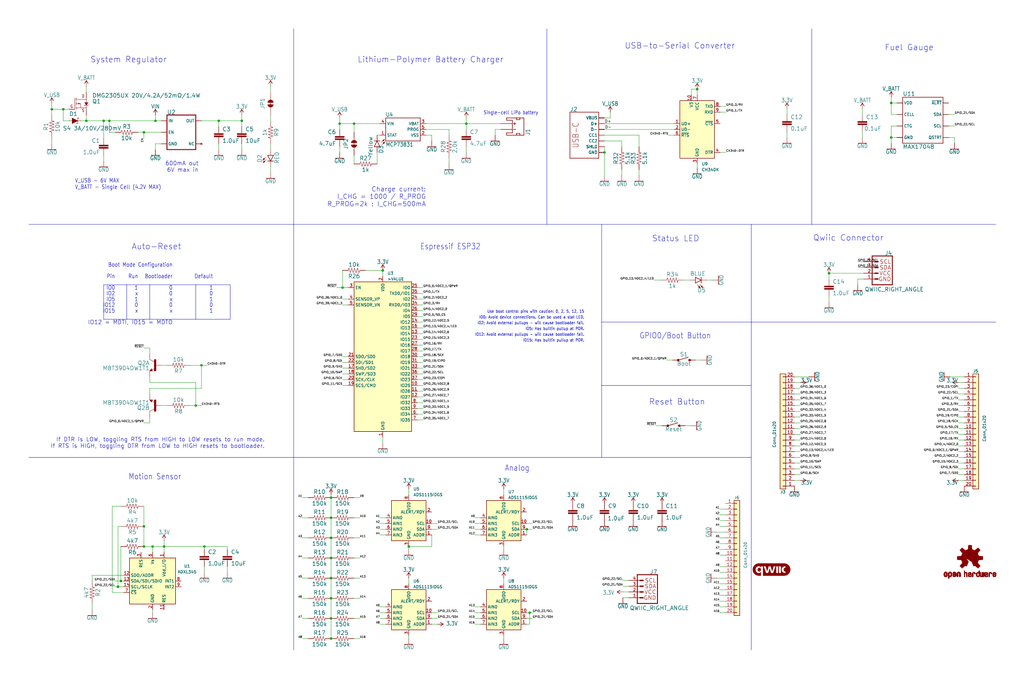
<source format=kicad_sch>
(kicad_sch (version 20230121) (generator eeschema)
  (paper "User" 451.815 299.39)
  (title_block (title "posture") (date "2023-02-28") (rev "0") (company "hasatio"))
  (lib_symbols
    (symbol "Analog_ADC:ADS1115IDGS"
      (property "Reference" "U" (at 2.54 13.97 0))
      (property "Value" "ADS1115IDGS" (at 7.62 11.43 0))
      (symbol "ADS1115IDGS_1_1"
        (pin input line (at 10.16 -5.08 180) (length 2.54) (name "ADDR") (number "1"))
        (pin input line (at 10.16 0 180) (length 2.54) (name "SCL") (number "10"))
        (pin output line (at 10.16 5.08 180) (length 2.54) (name "ALERT/RDY") (number "2"))
        (pin power_in line (at 0 -10.16 90) (length 2.54) (name "GND") (number "3"))
        (pin input line (at -10.16 2.54 0) (length 2.54) (name "AIN0") (number "4"))
        (pin input line (at -10.16 0 0) (length 2.54) (name "AIN1") (number "5"))
        (pin input line (at -10.16 -2.54 0) (length 2.54) (name "AIN2") (number "6"))
        (pin input line (at -10.16 -5.08 0) (length 2.54) (name "AIN3") (number "7"))
        (pin power_in line (at 0 12.7 270) (length 2.54) (name "VDD") (number "8"))
        (pin bidirectional line (at 10.16 -2.54 180) (length 2.54) (name "SDA") (number "9"))
      )
    )
    (symbol "Connector_Generic:Conn_01x20" (pin_names (offset 1.016) hide)
      (property "Reference" "J" (at 0 25.4 0))
      (property "Value" "Conn_01x20" (at 0 -27.94 0))
      (symbol "Conn_01x20_1_1"
        (pin passive line (at -5.08 22.86 0) (length 3.81) (name "Pin_1") (number "1"))
        (pin passive line (at -5.08 0 0) (length 3.81) (name "Pin_10") (number "10"))
        (pin passive line (at -5.08 -2.54 0) (length 3.81) (name "Pin_11") (number "11"))
        (pin passive line (at -5.08 -5.08 0) (length 3.81) (name "Pin_12") (number "12"))
        (pin passive line (at -5.08 -7.62 0) (length 3.81) (name "Pin_13") (number "13"))
        (pin passive line (at -5.08 -10.16 0) (length 3.81) (name "Pin_14") (number "14"))
        (pin passive line (at -5.08 -12.7 0) (length 3.81) (name "Pin_15") (number "15"))
        (pin passive line (at -5.08 -15.24 0) (length 3.81) (name "Pin_16") (number "16"))
        (pin passive line (at -5.08 -17.78 0) (length 3.81) (name "Pin_17") (number "17"))
        (pin passive line (at -5.08 -20.32 0) (length 3.81) (name "Pin_18") (number "18"))
        (pin passive line (at -5.08 -22.86 0) (length 3.81) (name "Pin_19") (number "19"))
        (pin passive line (at -5.08 20.32 0) (length 3.81) (name "Pin_2") (number "2"))
        (pin passive line (at -5.08 -25.4 0) (length 3.81) (name "Pin_20") (number "20"))
        (pin passive line (at -5.08 17.78 0) (length 3.81) (name "Pin_3") (number "3"))
        (pin passive line (at -5.08 15.24 0) (length 3.81) (name "Pin_4") (number "4"))
        (pin passive line (at -5.08 12.7 0) (length 3.81) (name "Pin_5") (number "5"))
        (pin passive line (at -5.08 10.16 0) (length 3.81) (name "Pin_6") (number "6"))
        (pin passive line (at -5.08 7.62 0) (length 3.81) (name "Pin_7") (number "7"))
        (pin passive line (at -5.08 5.08 0) (length 3.81) (name "Pin_8") (number "8"))
        (pin passive line (at -5.08 2.54 0) (length 3.81) (name "Pin_9") (number "9"))
      )
    )
    (symbol "Interface_USB:CH340K"
      (property "Reference" "U3" (at 1.9559 -14.986 0))
      (property "Value" "CH340K" (at 1.9559 -17.526 0))
      (symbol "CH340K_1_1"
        (pin bidirectional line (at -10.16 2.54 0) (length 2.54) (name "UD+") (number "1"))
        (pin passive line (at -2.54 15.24 270) (length 2.54) (name "V3") (number "10"))
        (pin bidirectional line (at -10.16 0 0) (length 2.54) (name "UD-") (number "2"))
        (pin power_in line (at 0 -15.24 90) (length 2.54) (name "GND") (number "3"))
        (pin output line (at 10.16 -10.16 180) (length 2.54) (name "DTR") (number "4"))
        (pin input line (at 10.16 2.54 180) (length 2.54) (name "~{CTS}") (number "5"))
        (pin output line (at -10.16 -2.54 0) (length 2.54) (name "~{RTS}") (number "6"))
        (pin power_in line (at 0 15.24 270) (length 2.54) (name "VCC") (number "7"))
        (pin output line (at 10.16 10.16 180) (length 2.54) (name "TXD") (number "8"))
        (pin input line (at 10.16 7.62 180) (length 2.54) (name "RXD") (number "9"))
      )
    )
    (symbol "RF_Module:ESP32-WROOM-32"
      (property "Reference" "U" (at -12.7 34.29 0))
      (property "Value" "ESP32-WROOM-32" (at 1.27 34.29 0))
      (symbol "ESP32-WROOM-32_1_1"
        (pin power_in line (at 0 -35.56 90) (length 2.54) (name "GND") (number "1"))
        (pin bidirectional line (at 15.24 -12.7 180) (length 2.54) (name "IO25") (number "10"))
        (pin bidirectional line (at 15.24 -15.24 180) (length 2.54) (name "IO26") (number "11"))
        (pin bidirectional line (at 15.24 -17.78 180) (length 2.54) (name "IO27") (number "12"))
        (pin bidirectional line (at 15.24 10.16 180) (length 2.54) (name "IO14") (number "13"))
        (pin bidirectional line (at 15.24 15.24 180) (length 2.54) (name "IO12") (number "14"))
        (pin passive line (at 0 -35.56 90) (length 2.54) hide (name "GND") (number "15"))
        (pin bidirectional line (at 15.24 12.7 180) (length 2.54) (name "IO13") (number "16"))
        (pin bidirectional line (at -15.24 -5.08 0) (length 2.54) (name "SHD/SD2") (number "17"))
        (pin bidirectional line (at -15.24 -7.62 0) (length 2.54) (name "SWP/SD3") (number "18"))
        (pin bidirectional line (at -15.24 -12.7 0) (length 2.54) (name "SCS/CMD") (number "19"))
        (pin power_in line (at 0 35.56 270) (length 2.54) (name "VDD") (number "2"))
        (pin bidirectional line (at -15.24 -10.16 0) (length 2.54) (name "SCK/CLK") (number "20"))
        (pin bidirectional line (at -15.24 0 0) (length 2.54) (name "SDO/SD0") (number "21"))
        (pin bidirectional line (at -15.24 -2.54 0) (length 2.54) (name "SDI/SD1") (number "22"))
        (pin bidirectional line (at 15.24 7.62 180) (length 2.54) (name "IO15") (number "23"))
        (pin bidirectional line (at 15.24 25.4 180) (length 2.54) (name "IO2") (number "24"))
        (pin bidirectional line (at 15.24 30.48 180) (length 2.54) (name "IO0") (number "25"))
        (pin bidirectional line (at 15.24 20.32 180) (length 2.54) (name "IO4") (number "26"))
        (pin bidirectional line (at 15.24 5.08 180) (length 2.54) (name "IO16") (number "27"))
        (pin bidirectional line (at 15.24 2.54 180) (length 2.54) (name "IO17") (number "28"))
        (pin bidirectional line (at 15.24 17.78 180) (length 2.54) (name "IO5") (number "29"))
        (pin input line (at -15.24 30.48 0) (length 2.54) (name "EN") (number "3"))
        (pin bidirectional line (at 15.24 0 180) (length 2.54) (name "IO18") (number "30"))
        (pin bidirectional line (at 15.24 -2.54 180) (length 2.54) (name "IO19") (number "31"))
        (pin no_connect line (at -12.7 -27.94 0) (length 2.54) hide (name "NC") (number "32"))
        (pin bidirectional line (at 15.24 -5.08 180) (length 2.54) (name "IO21") (number "33"))
        (pin bidirectional line (at 15.24 22.86 180) (length 2.54) (name "RXD0/IO3") (number "34"))
        (pin bidirectional line (at 15.24 27.94 180) (length 2.54) (name "TXD0/IO1") (number "35"))
        (pin bidirectional line (at 15.24 -7.62 180) (length 2.54) (name "IO22") (number "36"))
        (pin bidirectional line (at 15.24 -10.16 180) (length 2.54) (name "IO23") (number "37"))
        (pin passive line (at 0 -35.56 90) (length 2.54) hide (name "GND") (number "38"))
        (pin passive line (at 0 -35.56 90) (length 2.54) hide (name "GND") (number "39"))
        (pin input line (at -15.24 25.4 0) (length 2.54) (name "SENSOR_VP") (number "4"))
        (pin input line (at -15.24 22.86 0) (length 2.54) (name "SENSOR_VN") (number "5"))
        (pin input line (at 15.24 -25.4 180) (length 2.54) (name "IO34") (number "6"))
        (pin input line (at 15.24 -27.94 180) (length 2.54) (name "IO35") (number "7"))
        (pin bidirectional line (at 15.24 -20.32 180) (length 2.54) (name "IO32") (number "8"))
        (pin bidirectional line (at 15.24 -22.86 180) (length 2.54) (name "IO33") (number "9"))
      )
    )
    (symbol "Sensor_Motion:ADXL343"
      (property "Reference" "U" (at -8.89 11.43 0))
      (property "Value" "ADXL343" (at -7.62 -11.43 0))
      (symbol "ADXL343_1_1"
        (pin power_in line (at 5.08 12.7 270) (length 2.54) (name "Vdd_I/O") (number "1"))
        (pin no_connect line (at -5.08 -10.16 90) (length 2.54) hide (name "NC") (number "10"))
        (pin passive line (at 5.08 -12.7 90) (length 2.54) (name "RES") (number "11"))
        (pin bidirectional line (at -12.7 2.54 0) (length 2.54) (name "SDO/ADDR") (number "12"))
        (pin bidirectional line (at -12.7 0 0) (length 2.54) (name "SDA/SDI/SDIO") (number "13"))
        (pin input line (at -12.7 -2.54 0) (length 2.54) (name "SCL/SCLK") (number "14"))
        (pin power_in line (at 0 -12.7 90) (length 2.54) (name "GND") (number "2"))
        (pin passive line (at -5.08 12.7 270) (length 2.54) (name "RES") (number "3"))
        (pin passive line (at 0 -12.7 90) (length 2.54) hide (name "GND") (number "4"))
        (pin passive line (at 0 -12.7 90) (length 2.54) hide (name "GND") (number "5"))
        (pin power_in line (at 0 12.7 270) (length 2.54) (name "Vs") (number "6"))
        (pin input line (at -12.7 -5.08 0) (length 2.54) (name "~{CS}") (number "7"))
        (pin output line (at 12.7 0 180) (length 2.54) (name "INT1") (number "8"))
        (pin output line (at 12.7 -2.54 180) (length 2.54) (name "INT2") (number "9"))
      )
    )
    (symbol "SparkFun ESP32 Thing Plus C-eagle-import:0.1UF-0402T-16V-10%"
      (property "Reference" "C" (at 1.524 2.921 0))
      (property "Value" "0.1UF-0402T-16V-10%" (at 1.524 -2.159 0))
      (symbol "0.1UF-0402T-16V-10%_1_0"
        (pin passive line (at 0 5.08 270) (length 2.54) (name "1") (number "1"))
        (pin passive line (at 0 -2.54 90) (length 2.54) (name "2") (number "2"))
      )
    )
    (symbol "SparkFun ESP32 Thing Plus C-eagle-import:0.1UF-0402T-6.3V-10%-X7R"
      (property "Reference" "C" (at 1.524 2.921 0))
      (property "Value" "0.1UF-0402T-6.3V-10%-X7R" (at 1.524 -2.159 0))
      (symbol "0.1UF-0402T-6.3V-10%-X7R_1_0"
        (pin passive line (at 0 5.08 270) (length 2.54) (name "1") (number "1"))
        (pin passive line (at 0 -2.54 90) (length 2.54) (name "2") (number "2"))
      )
    )
    (symbol "SparkFun ESP32 Thing Plus C-eagle-import:1.0UF-0402T-16V-10%"
      (property "Reference" "C" (at 1.524 2.921 0))
      (property "Value" "1.0UF-0402T-16V-10%" (at 1.524 -2.159 0))
      (symbol "1.0UF-0402T-16V-10%_1_0"
        (pin passive line (at 0 5.08 270) (length 2.54) (name "1") (number "1"))
        (pin passive line (at 0 -2.54 90) (length 2.54) (name "2") (number "2"))
      )
    )
    (symbol "SparkFun ESP32 Thing Plus C-eagle-import:10KOHM-0402T-1{slash}16W-1%"
      (property "Reference" "R" (at 0 1.524 0))
      (property "Value" "10KOHM-0402T-1{slash}16W-1%" (at 0 -1.524 0))
      (symbol "10KOHM-0402T-1{slash}16W-1%_1_0"
        (pin passive line (at -5.08 0 0) (length 2.54) (name "1") (number "1"))
        (pin passive line (at 5.08 0 180) (length 2.54) (name "2") (number "2"))
      )
    )
    (symbol "SparkFun ESP32 Thing Plus C-eagle-import:10UF-0402T-6.3V-20%"
      (property "Reference" "C" (at 1.524 2.921 0))
      (property "Value" "10UF-0402T-6.3V-20%" (at 1.524 -2.159 0))
      (symbol "10UF-0402T-6.3V-20%_1_0"
        (pin passive line (at 0 5.08 270) (length 2.54) (name "1") (number "1"))
        (pin passive line (at 0 -2.54 90) (length 2.54) (name "2") (number "2"))
      )
    )
    (symbol "SparkFun ESP32 Thing Plus C-eagle-import:1KOHM-0402T-1{slash}16W-1%"
      (property "Reference" "R" (at 0 1.524 0))
      (property "Value" "1KOHM-0402T-1{slash}16W-1%" (at 0 -1.524 0))
      (symbol "1KOHM-0402T-1{slash}16W-1%_1_0"
        (pin passive line (at -5.08 0 0) (length 2.54) (name "1") (number "1"))
        (pin passive line (at 5.08 0 180) (length 2.54) (name "2") (number "2"))
      )
    )
    (symbol "SparkFun ESP32 Thing Plus C-eagle-import:2.0KOHM-0603-1{slash}10W-5%"
      (property "Reference" "R" (at 0 1.524 0))
      (property "Value" "2.0KOHM-0603-1{slash}10W-5%" (at 0 -1.524 0))
      (symbol "2.0KOHM-0603-1{slash}10W-5%_1_0"
        (pin passive line (at -5.08 0 0) (length 2.54) (name "1") (number "1"))
        (pin passive line (at 5.08 0 180) (length 2.54) (name "2") (number "2"))
      )
    )
    (symbol "SparkFun ESP32 Thing Plus C-eagle-import:3.3V" (power)
      (property "Value" "3.3V" (at 0 2.794 0))
      (symbol "3.3V_1_0"
        (pin power_in line (at 0 0 90) (length 2.54) (name "3.3V") (number "1"))
      )
    )
    (symbol "SparkFun ESP32 Thing Plus C-eagle-import:4.7UF-0402_TIGHT-6.3V-20%-X5R"
      (property "Reference" "C" (at 1.524 2.921 0))
      (property "Value" "4.7UF-0402_TIGHT-6.3V-20%-X5R" (at 1.524 -2.159 0))
      (symbol "4.7UF-0402_TIGHT-6.3V-20%-X5R_1_0"
        (pin passive line (at 0 5.08 270) (length 2.54) (name "1") (number "1"))
        (pin passive line (at 0 -2.54 90) (length 2.54) (name "2") (number "2"))
      )
    )
    (symbol "SparkFun ESP32 Thing Plus C-eagle-import:4.7UF-0603-35V-(20%)"
      (property "Reference" "C" (at 1.524 2.921 0))
      (property "Value" "4.7UF-0603-35V-(20%)" (at 1.524 -2.159 0))
      (symbol "4.7UF-0603-35V-(20%)_1_0"
        (pin passive line (at 0 5.08 270) (length 2.54) (name "1") (number "1"))
        (pin passive line (at 0 -2.54 90) (length 2.54) (name "2") (number "2"))
      )
    )
    (symbol "SparkFun ESP32 Thing Plus C-eagle-import:5.1KOHM-0402T-1{slash}16W-1%"
      (property "Reference" "R" (at 0 1.524 0))
      (property "Value" "5.1KOHM-0402T-1{slash}16W-1%" (at 0 -1.524 0))
      (symbol "5.1KOHM-0402T-1{slash}16W-1%_1_0"
        (pin passive line (at -5.08 0 0) (length 2.54) (name "1") (number "1"))
        (pin passive line (at 5.08 0 180) (length 2.54) (name "2") (number "2"))
      )
    )
    (symbol "SparkFun ESP32 Thing Plus C-eagle-import:DIODE-SCHOTTKY-BAT60A"
      (property "Reference" "D" (at -2.54 2.032 0))
      (property "Value" "DIODE-SCHOTTKY-BAT60A" (at -2.54 -2.032 0))
      (symbol "DIODE-SCHOTTKY-BAT60A_1_0"
        (pin passive line (at -2.54 0 0) (length 0) (name "A") (number "A"))
        (pin passive line (at 2.54 0 180) (length 0) (name "C") (number "C"))
      )
    )
    (symbol "SparkFun ESP32 Thing Plus C-eagle-import:GND" (power)
      (property "Value" "GND" (at 0 -0.254 0))
      (symbol "GND_1_0"
        (pin power_in line (at 0 2.54 270) (length 2.54) (name "GND") (number "1"))
      )
    )
    (symbol "SparkFun ESP32 Thing Plus C-eagle-import:JST_2MM_MALE"
      (property "Reference" "J" (at -2.54 5.842 0))
      (symbol "JST_2MM_MALE_1_0"
        (pin bidirectional line (at 0 -5.08 90) (length 5.08) (name "-") (number "1"))
        (pin bidirectional line (at 2.54 -5.08 90) (length 5.08) (name "+") (number "2"))
        (pin bidirectional line (at -2.54 2.54 90) (length 0) (name "PAD1") (number "NC1"))
        (pin bidirectional line (at 5.08 2.54 90) (length 0) (name "PAD2") (number "NC2"))
      )
    )
    (symbol "SparkFun ESP32 Thing Plus C-eagle-import:JUMPER-SMT_2_NC_TRACE_SILK"
      (property "Reference" "JP" (at -2.54 2.54 0))
      (property "Value" "JUMPER-SMT_2_NC_TRACE_SILK" (at -2.54 -2.54 0))
      (symbol "JUMPER-SMT_2_NC_TRACE_SILK_1_0"
        (pin passive line (at -5.08 0 0) (length 2.54) (name "1") (number "1"))
        (pin passive line (at 5.08 0 180) (length 2.54) (name "2") (number "2"))
      )
    )
    (symbol "SparkFun ESP32 Thing Plus C-eagle-import:LED-BLUE0603"
      (property "Reference" "D" (at -3.429 -4.572 90))
      (property "Value" "LED-BLUE0603" (at 1.905 -4.572 90))
      (symbol "LED-BLUE0603_1_0"
        (pin passive line (at 0 2.54 270) (length 2.54) (name "A") (number "A"))
        (pin passive line (at 0 -5.08 90) (length 2.54) (name "C") (number "C"))
      )
    )
    (symbol "SparkFun ESP32 Thing Plus C-eagle-import:LED-RED0603"
      (property "Reference" "D" (at -3.429 -4.572 90))
      (property "Value" "LED-RED0603" (at 1.905 -4.572 90))
      (symbol "LED-RED0603_1_0"
        (pin passive line (at 0 2.54 270) (length 2.54) (name "A") (number "A"))
        (pin passive line (at 0 -5.08 90) (length 2.54) (name "C") (number "C"))
      )
    )
    (symbol "SparkFun ESP32 Thing Plus C-eagle-import:LED-YELLOW0603"
      (property "Reference" "D" (at -3.429 -4.572 90))
      (property "Value" "LED-YELLOW0603" (at 1.905 -4.572 90))
      (symbol "LED-YELLOW0603_1_0"
        (pin passive line (at 0 2.54 270) (length 2.54) (name "A") (number "A"))
        (pin passive line (at 0 -5.08 90) (length 2.54) (name "C") (number "C"))
      )
    )
    (symbol "SparkFun ESP32 Thing Plus C-eagle-import:MAX17048DFN8"
      (property "Reference" "U" (at -10.16 10.668 0))
      (property "Value" "MAX17048DFN8" (at -10.16 -12.7 0))
      (symbol "MAX17048DFN8_1_0"
        (pin input line (at -12.7 -2.54 0) (length 2.54) (name "CTG") (number "1"))
        (pin input line (at -12.7 2.54 0) (length 2.54) (name "CELL") (number "2"))
        (pin bidirectional line (at -12.7 7.62 0) (length 2.54) (name "VDD") (number "3"))
        (pin bidirectional line (at -12.7 -7.62 0) (length 2.54) (name "GND") (number "4"))
        (pin bidirectional line (at 10.16 7.62 180) (length 2.54) (name "~{ALRT}") (number "5"))
        (pin bidirectional line (at 10.16 -7.62 180) (length 2.54) (name "QSTRT") (number "6"))
        (pin output line (at 10.16 -2.54 180) (length 2.54) (name "SCL") (number "7"))
        (pin input line (at 10.16 2.54 180) (length 2.54) (name "SDA") (number "8"))
        (pin bidirectional line (at -12.7 -7.62 0) (length 2.54) (name "GND") (number "9"))
      )
    )
    (symbol "SparkFun ESP32 Thing Plus C-eagle-import:MCP73831"
      (property "Reference" "U" (at -7.62 5.588 0))
      (property "Value" "MCP73831" (at -7.62 -7.62 0))
      (symbol "MCP73831_1_0"
        (pin output line (at -10.16 -2.54 0) (length 2.54) (name "STAT") (number "1"))
        (pin power_in line (at 10.16 -2.54 180) (length 2.54) (name "VSS") (number "2"))
        (pin power_in line (at 10.16 2.54 180) (length 2.54) (name "VBAT") (number "3"))
        (pin power_in line (at -10.16 2.54 0) (length 2.54) (name "VIN") (number "4"))
        (pin input line (at 10.16 0 180) (length 2.54) (name "PROG") (number "5"))
      )
    )
    (symbol "SparkFun ESP32 Thing Plus C-eagle-import:MOMENTARY-SWITCH-SPST-SMD-4.6X2.8MM"
      (property "Reference" "S" (at 0 1.524 0))
      (property "Value" "MOMENTARY-SWITCH-SPST-SMD-4.6X2.8MM" (at 0 -0.508 0))
      (symbol "MOMENTARY-SWITCH-SPST-SMD-4.6X2.8MM_1_0"
        (pin passive line (at -5.08 0 0) (length 2.54) (name "1") (number "1"))
        (pin passive line (at -5.08 0 0) (length 2.54) (name "1") (number "2"))
        (pin passive line (at 5.08 0 180) (length 2.54) (name "2") (number "3"))
        (pin passive line (at 5.08 0 180) (length 2.54) (name "2") (number "4"))
      )
    )
    (symbol "SparkFun ESP32 Thing Plus C-eagle-import:MOSFET_PCH-DMG2305UX-7"
      (property "Reference" "Q" (at 5.08 0 0))
      (property "Value" "MOSFET_PCH-DMG2305UX-7" (at 5.08 -2.54 0))
      (symbol "MOSFET_PCH-DMG2305UX-7_1_0"
        (text "D" (at 0.508 2.54 0) (effects (font (size 1.27 1.0795)) (justify left bottom)))
        (text "G" (at -3.302 -0.508 0) (effects (font (size 1.27 1.0795)) (justify right top)))
        (text "S" (at 0.508 -3.81 0) (effects (font (size 1.27 1.0795)) (justify left bottom)))
        (pin bidirectional line (at -5.08 -2.54 0) (length 2.54) (name "G") (number "1"))
        (pin bidirectional line (at 2.54 -5.08 90) (length 2.54) (name "S") (number "2"))
        (pin bidirectional line (at 2.54 5.08 270) (length 2.54) (name "D") (number "3"))
      )
    )
    (symbol "SparkFun ESP32 Thing Plus C-eagle-import:OSHW-LOGOMINI")
    (symbol "SparkFun ESP32 Thing Plus C-eagle-import:QWIIC_CONNECTORJS-1MM"
      (property "Reference" "J" (at -5.08 7.874 0))
      (property "Value" "QWIIC_CONNECTORJS-1MM" (at -5.08 -5.334 0))
      (symbol "QWIIC_CONNECTORJS-1MM_1_0"
        (text "GND" (at -4.572 -2.54 0) (effects (font (size 1.778 1.778)) (justify left)))
        (text "SCL" (at -4.572 5.08 0) (effects (font (size 1.778 1.778)) (justify left)))
        (text "SDA" (at -4.572 2.54 0) (effects (font (size 1.778 1.778)) (justify left)))
        (text "VCC" (at -4.572 0 0) (effects (font (size 1.778 1.778)) (justify left)))
        (pin power_in line (at 7.62 -2.54 180) (length 5.08) (name "1") (number "1"))
        (pin power_in line (at 7.62 0 180) (length 5.08) (name "2") (number "2"))
        (pin passive line (at 7.62 2.54 180) (length 5.08) (name "3") (number "3"))
        (pin passive line (at 7.62 5.08 180) (length 5.08) (name "4") (number "4"))
      )
    )
    (symbol "SparkFun ESP32 Thing Plus C-eagle-import:QWIIC_LOGO_4MM")
    (symbol "SparkFun ESP32 Thing Plus C-eagle-import:TRANS_NPN_DUAL-MBT3904DW1T1"
      (property "Reference" "Q" (at 2.54 0 0))
      (property "Value" "TRANS_NPN_DUAL-MBT3904DW1T1" (at 2.54 -2.286 0))
      (symbol "TRANS_NPN_DUAL-MBT3904DW1T1_1_0"
        (pin passive line (at 2.54 5.08 270) (length 2.54) (name "C") (number "3"))
        (pin passive line (at 2.54 -5.08 90) (length 2.54) (name "E") (number "4"))
        (pin passive line (at -2.54 0 0) (length 2.54) (name "B") (number "5"))
      )
      (symbol "TRANS_NPN_DUAL-MBT3904DW1T1_2_0"
        (pin passive line (at 2.54 -5.08 90) (length 2.54) (name "E") (number "1"))
        (pin passive line (at -2.54 0 0) (length 2.54) (name "B") (number "2"))
        (pin passive line (at 2.54 5.08 270) (length 2.54) (name "C") (number "6"))
      )
    )
    (symbol "SparkFun ESP32 Thing Plus C-eagle-import:USB_C_2-LAYER_PADS"
      (property "Reference" "J" (at -2.54 10.414 0))
      (property "Value" "USB_C_2-LAYER_PADS" (at -2.54 -12.446 0))
      (symbol "USB_C_2-LAYER_PADS_1_0"
        (text "USB-C" (at 0 0 900) (effects (font (size 2.54 2.159))))
        (pin bidirectional line (at 12.7 0 180) (length 2.54) (name "CC1") (number "A5"))
        (pin bidirectional line (at 12.7 5.08 180) (length 2.54) (name "D+") (number "A6"))
        (pin bidirectional line (at 12.7 2.54 180) (length 2.54) (name "D-") (number "A7"))
        (pin bidirectional line (at 12.7 -2.54 180) (length 2.54) (name "CC2") (number "B5"))
        (pin bidirectional line (at 12.7 5.08 180) (length 2.54) (name "D+") (number "B6"))
        (pin bidirectional line (at 12.7 2.54 180) (length 2.54) (name "D-") (number "B7"))
        (pin bidirectional line (at 12.7 -7.62 180) (length 2.54) (name "GND") (number "GND"))
        (pin bidirectional line (at 12.7 -7.62 180) (length 2.54) (name "GND") (number "GND2"))
        (pin bidirectional line (at 12.7 -5.08 180) (length 2.54) (name "SHLD") (number "SHLD1"))
        (pin bidirectional line (at 12.7 -5.08 180) (length 2.54) (name "SHLD") (number "SHLD2"))
        (pin bidirectional line (at 12.7 -5.08 180) (length 2.54) (name "SHLD") (number "SHLD3"))
        (pin bidirectional line (at 12.7 -5.08 180) (length 2.54) (name "SHLD") (number "SHLD4"))
        (pin bidirectional line (at 12.7 7.62 180) (length 2.54) (name "VBUS") (number "VBUS1"))
        (pin bidirectional line (at 12.7 7.62 180) (length 2.54) (name "VBUS") (number "VBUS2"))
      )
    )
    (symbol "SparkFun ESP32 Thing Plus C-eagle-import:VIN" (power)
      (property "Value" "VIN" (at 0 2.794 0))
      (symbol "VIN_1_0"
        (pin power_in line (at 0 0 90) (length 2.54) (name "VIN") (number "1"))
      )
    )
    (symbol "SparkFun ESP32 Thing Plus C-eagle-import:V_BATT" (power)
      (property "Value" "V_BATT" (at 0 2.794 0))
      (symbol "V_BATT_1_0"
        (pin power_in line (at 0 0 90) (length 2.54) (name "V_BATT") (number "1"))
      )
    )
    (symbol "SparkFun ESP32 Thing Plus C-eagle-import:V_REG_AP2112K-3.3V"
      (property "Reference" "U" (at -7.62 7.874 0))
      (property "Value" "V_REG_AP2112K-3.3V" (at -7.62 -7.874 0))
      (symbol "V_REG_AP2112K-3.3V_1_0"
        (pin input line (at -10.16 5.08 0) (length 2.54) (name "IN") (number "1"))
        (pin input line (at -10.16 -5.08 0) (length 2.54) (name "GND") (number "2"))
        (pin input line (at -10.16 0 0) (length 2.54) (name "EN") (number "3"))
        (pin no_connect line (at 7.62 -5.08 180) (length 2.54) (name "NC") (number "4"))
        (pin passive line (at 7.62 5.08 180) (length 2.54) (name "OUT") (number "5"))
      )
    )
    (symbol "SparkFun ESP32 Thing Plus C-eagle-import:V_USB" (power)
      (property "Value" "V_USB" (at 0 2.794 0))
      (symbol "V_USB_1_0"
        (pin power_in line (at 0 0 90) (length 2.54) (name "V_USB") (number "1"))
      )
    )
  )
  (junction (at 146.05 237.49))
  (junction (at 52.07 259.08))
  (junction (at 45.72 53.34))
  (junction (at 151.13 127))
  (junction (at 146.05 228.6))
  (junction (at 149.86 54.61))
  (junction (at 63.5 241.3))
  (junction (at 180.34 241.3))
  (junction (at 146.05 219.71))
  (junction (at 266.7 67.31))
  (junction (at 146.05 246.38))
  (junction (at 233.68 270.51))
  (junction (at 168.91 119.38))
  (junction (at 146.05 264.16))
  (junction (at 307.594 39.37))
  (junction (at 88.9 161.29))
  (junction (at 63.5 58.42))
  (junction (at 205.74 54.61))
  (junction (at 90.17 241.3))
  (junction (at 86.36 179.07))
  (junction (at 365.76 120.65))
  (junction (at 27.94 48.26))
  (junction (at 38.1 53.34))
  (junction (at 48.26 53.34))
  (junction (at 393.192 60.706))
  (junction (at 393.192 45.466))
  (junction (at 72.39 241.3))
  (junction (at 63.5 232.41))
  (junction (at 146.05 255.27))
  (junction (at 106.68 53.34))
  (junction (at 146.05 273.05))
  (junction (at 146.05 281.94))
  (junction (at 22.86 48.26))
  (junction (at 67.31 241.3))
  (junction (at 232.41 233.68))
  (junction (at 68.58 53.34))
  (junction (at 96.52 53.34))
  (junction (at 156.21 54.61))
  (junction (at 53.34 256.54))
  (wire (pts (xy 151.13 167.64) (xy 153.67 167.64)))
  (wire (pts (xy 186.69 144.78) (xy 184.15 144.78)))
  (wire (pts (xy 350.52 201.93) (xy 353.06 201.93)))
  (wire (pts (xy 421.132 60.706) (xy 421.132 63.246)))
  (wire (pts (xy 133.35 255.27) (xy 135.89 255.27)))
  (wire (pts (xy 151.13 134.62) (xy 153.67 134.62)))
  (wire (pts (xy 317.5 245.11) (xy 320.04 245.11)))
  (polyline (pts (xy 331.47 142.24) (xy 439.42 142.24)))
  (wire (pts (xy 88.9 171.45) (xy 88.9 161.29)))
  (wire (pts (xy 380.492 58.166) (xy 380.492 60.706)))
  (wire (pts (xy 151.13 165.1) (xy 153.67 165.1)))
  (wire (pts (xy 167.64 270.51) (xy 170.18 270.51)))
  (wire (pts (xy 168.91 119.38) (xy 168.91 121.92)))
  (wire (pts (xy 153.67 127) (xy 151.13 127)))
  (wire (pts (xy 350.52 171.45) (xy 353.06 171.45)))
  (wire (pts (xy 186.69 134.62) (xy 184.15 134.62)))
  (wire (pts (xy 422.91 199.39) (xy 425.45 199.39)))
  (wire (pts (xy 347.218 58.166) (xy 347.218 60.706)))
  (wire (pts (xy 52.07 259.08) (xy 54.61 259.08)))
  (wire (pts (xy 68.58 53.34) (xy 48.26 53.34)))
  (wire (pts (xy 158.75 219.71) (xy 156.21 219.71)))
  (wire (pts (xy 418.592 55.626) (xy 421.132 55.626)))
  (wire (pts (xy 68.58 53.34) (xy 68.58 50.8)))
  (wire (pts (xy 71.12 63.5) (xy 68.58 63.5)))
  (polyline (pts (xy 265.43 170.18) (xy 331.47 170.18)))
  (polyline (pts (xy 101.6 125.73) (xy 101.6 140.97)))
  (wire (pts (xy 422.91 186.69) (xy 425.45 186.69)))
  (wire (pts (xy 422.91 204.47) (xy 425.45 204.47)))
  (wire (pts (xy 53.34 241.3) (xy 53.34 256.54)))
  (wire (pts (xy 209.55 270.51) (xy 212.09 270.51)))
  (wire (pts (xy 395.732 50.546) (xy 393.192 50.546)))
  (wire (pts (xy 198.12 57.15) (xy 198.12 59.69)))
  (wire (pts (xy 146.05 219.71) (xy 146.05 228.6)))
  (wire (pts (xy 187.96 59.69) (xy 190.5 59.69)))
  (wire (pts (xy 350.52 168.91) (xy 353.06 168.91)))
  (wire (pts (xy 66.04 186.69) (xy 63.5 186.69)))
  (wire (pts (xy 307.594 39.37) (xy 305.054 39.37)))
  (wire (pts (xy 52.07 232.41) (xy 52.07 259.08)))
  (wire (pts (xy 266.7 54.61) (xy 297.434 54.61)))
  (polyline (pts (xy 129.54 201.93) (xy 265.43 201.93)))
  (polyline (pts (xy 45.72 140.97) (xy 45.72 125.73)))
  (wire (pts (xy 274.32 77.47) (xy 274.32 74.93)))
  (wire (pts (xy 86.36 168.91) (xy 66.04 168.91)))
  (wire (pts (xy 38.1 38.1) (xy 38.1 40.64)))
  (wire (pts (xy 50.8 259.08) (xy 52.07 259.08)))
  (wire (pts (xy 151.13 132.08) (xy 153.67 132.08)))
  (wire (pts (xy 40.64 269.24) (xy 40.64 266.7)))
  (wire (pts (xy 149.86 67.31) (xy 149.86 64.77)))
  (wire (pts (xy 418.592 50.546) (xy 421.132 50.546)))
  (wire (pts (xy 156.21 54.61) (xy 167.64 54.61)))
  (wire (pts (xy 350.52 191.77) (xy 353.06 191.77)))
  (wire (pts (xy 22.86 63.5) (xy 22.86 60.96)))
  (wire (pts (xy 186.69 149.86) (xy 184.15 149.86)))
  (wire (pts (xy 190.5 59.69) (xy 190.5 62.23)))
  (wire (pts (xy 86.36 179.07) (xy 88.9 179.07)))
  (wire (pts (xy 350.52 207.01) (xy 353.06 207.01)))
  (wire (pts (xy 73.66 179.07) (xy 71.12 179.07)))
  (wire (pts (xy 316.23 255.27) (xy 320.04 255.27)))
  (wire (pts (xy 186.69 185.42) (xy 184.15 185.42)))
  (wire (pts (xy 63.5 58.42) (xy 63.5 60.96)))
  (wire (pts (xy 149.86 54.61) (xy 149.86 52.07)))
  (wire (pts (xy 306.832 159.004) (xy 309.372 159.004)))
  (wire (pts (xy 209.55 267.97) (xy 212.09 267.97)))
  (wire (pts (xy 317.5 252.73) (xy 320.04 252.73)))
  (wire (pts (xy 205.74 54.61) (xy 187.96 54.61)))
  (wire (pts (xy 205.74 57.15) (xy 205.74 54.61)))
  (wire (pts (xy 73.66 161.29) (xy 71.12 161.29)))
  (wire (pts (xy 133.35 228.6) (xy 135.89 228.6)))
  (wire (pts (xy 233.68 270.51) (xy 232.41 270.51)))
  (wire (pts (xy 27.94 53.34) (xy 30.48 53.34)))
  (wire (pts (xy 365.76 120.65) (xy 381 120.65)))
  (wire (pts (xy 266.7 62.23) (xy 274.32 62.23)))
  (wire (pts (xy 146.05 228.6) (xy 146.05 237.49)))
  (wire (pts (xy 53.34 256.54) (xy 54.61 256.54)))
  (wire (pts (xy 151.13 119.38) (xy 151.13 127)))
  (wire (pts (xy 314.452 123.698) (xy 311.912 123.698)))
  (wire (pts (xy 395.732 55.626) (xy 393.192 55.626)))
  (wire (pts (xy 266.7 67.31) (xy 266.7 77.47)))
  (wire (pts (xy 186.69 180.34) (xy 184.15 180.34)))
  (wire (pts (xy 187.96 57.15) (xy 198.12 57.15)))
  (wire (pts (xy 158.75 237.49) (xy 156.21 237.49)))
  (wire (pts (xy 320.294 67.31) (xy 317.754 67.31)))
  (wire (pts (xy 274.828 261.366) (xy 277.368 261.366)))
  (wire (pts (xy 167.64 233.68) (xy 170.18 233.68)))
  (wire (pts (xy 274.32 62.23) (xy 274.32 64.77)))
  (wire (pts (xy 209.55 275.59) (xy 212.09 275.59)))
  (wire (pts (xy 167.64 267.97) (xy 170.18 267.97)))
  (wire (pts (xy 50.8 256.54) (xy 53.34 256.54)))
  (wire (pts (xy 350.52 189.23) (xy 353.06 189.23)))
  (wire (pts (xy 393.192 60.706) (xy 393.192 63.246)))
  (wire (pts (xy 146.05 264.16) (xy 146.05 273.05)))
  (polyline (pts (xy 86.36 125.73) (xy 86.36 140.97)))
  (wire (pts (xy 133.35 219.71) (xy 135.89 219.71)))
  (wire (pts (xy 88.9 161.29) (xy 91.44 161.29)))
  (wire (pts (xy 63.5 58.42) (xy 71.12 58.42)))
  (wire (pts (xy 90.17 241.3) (xy 90.17 242.57)))
  (wire (pts (xy 347.218 48.006) (xy 347.218 50.546)))
  (wire (pts (xy 205.74 67.31) (xy 205.74 64.77)))
  (wire (pts (xy 380.492 48.006) (xy 380.492 50.546)))
  (wire (pts (xy 96.52 66.04) (xy 96.52 63.5)))
  (wire (pts (xy 38.1 53.34) (xy 45.72 53.34)))
  (wire (pts (xy 266.7 59.69) (xy 281.94 59.69)))
  (polyline (pts (xy 331.47 287.02) (xy 331.47 201.93)))
  (wire (pts (xy 186.69 137.16) (xy 184.15 137.16)))
  (wire (pts (xy 22.86 50.8) (xy 22.86 48.26)))
  (wire (pts (xy 209.55 228.6) (xy 212.09 228.6)))
  (wire (pts (xy 297.434 59.69) (xy 294.894 59.69)))
  (wire (pts (xy 168.91 195.58) (xy 168.91 193.04)))
  (wire (pts (xy 149.86 54.61) (xy 156.21 54.61)))
  (wire (pts (xy 277.368 263.906) (xy 274.828 263.906)))
  (wire (pts (xy 317.5 260.35) (xy 320.04 260.35)))
  (wire (pts (xy 198.12 69.85) (xy 198.12 72.39)))
  (wire (pts (xy 151.13 170.18) (xy 153.67 170.18)))
  (wire (pts (xy 133.35 264.16) (xy 135.89 264.16)))
  (wire (pts (xy 180.34 242.57) (xy 180.34 241.3)))
  (wire (pts (xy 422.91 168.91) (xy 425.45 168.91)))
  (wire (pts (xy 151.13 160.02) (xy 153.67 160.02)))
  (wire (pts (xy 63.5 241.3) (xy 67.31 241.3)))
  (wire (pts (xy 180.34 281.94) (xy 180.34 280.67)))
  (polyline (pts (xy 265.43 99.06) (xy 331.47 99.06)))
  (wire (pts (xy 72.39 238.76) (xy 72.39 241.3)))
  (wire (pts (xy 146.05 237.49) (xy 146.05 246.38)))
  (wire (pts (xy 119.38 38.1) (xy 119.38 40.64)))
  (wire (pts (xy 90.17 241.3) (xy 72.39 241.3)))
  (wire (pts (xy 119.38 63.5) (xy 119.38 66.04)))
  (wire (pts (xy 350.52 209.55) (xy 353.06 209.55)))
  (wire (pts (xy 119.38 50.8) (xy 119.38 53.34)))
  (wire (pts (xy 317.754 49.53) (xy 320.294 49.53)))
  (wire (pts (xy 45.72 53.34) (xy 45.72 60.96)))
  (wire (pts (xy 193.04 233.68) (xy 190.5 233.68)))
  (wire (pts (xy 422.91 209.55) (xy 425.45 209.55)))
  (wire (pts (xy 40.64 254) (xy 40.64 256.54)))
  (wire (pts (xy 158.75 273.05) (xy 156.21 273.05)))
  (wire (pts (xy 186.69 142.24) (xy 184.15 142.24)))
  (wire (pts (xy 350.52 176.53) (xy 353.06 176.53)))
  (wire (pts (xy 158.75 228.6) (xy 156.21 228.6)))
  (polyline (pts (xy 86.36 140.97) (xy 66.04 140.97)))
  (wire (pts (xy 317.5 267.97) (xy 320.04 267.97)))
  (wire (pts (xy 186.69 129.54) (xy 184.15 129.54)))
  (wire (pts (xy 422.91 176.53) (xy 425.45 176.53)))
  (wire (pts (xy 167.64 275.59) (xy 170.18 275.59)))
  (wire (pts (xy 66.04 186.69) (xy 66.04 184.15)))
  (wire (pts (xy 209.55 273.05) (xy 212.09 273.05)))
  (wire (pts (xy 422.91 171.45) (xy 425.45 171.45)))
  (wire (pts (xy 90.17 252.73) (xy 90.17 250.19)))
  (wire (pts (xy 218.44 57.15) (xy 220.98 57.15)))
  (wire (pts (xy 186.69 152.4) (xy 184.15 152.4)))
  (polyline (pts (xy 45.72 125.73) (xy 55.88 125.73)))
  (wire (pts (xy 66.04 156.21) (xy 66.04 153.67)))
  (wire (pts (xy 393.192 45.466) (xy 393.192 42.926)))
  (wire (pts (xy 166.37 67.31) (xy 166.37 72.39)))
  (wire (pts (xy 106.68 50.8) (xy 106.68 53.34)))
  (polyline (pts (xy 12.7 99.06) (xy 129.54 99.06)))
  (wire (pts (xy 146.05 255.27) (xy 146.05 264.16)))
  (wire (pts (xy 317.5 227.33) (xy 320.04 227.33)))
  (wire (pts (xy 393.192 50.546) (xy 393.192 45.466)))
  (wire (pts (xy 133.35 281.94) (xy 135.89 281.94)))
  (wire (pts (xy 186.69 127) (xy 184.15 127)))
  (wire (pts (xy 53.34 232.41) (xy 52.07 232.41)))
  (wire (pts (xy 381 115.57) (xy 378.46 115.57)))
  (polyline (pts (xy 241.3 99.06) (xy 265.43 99.06)))
  (wire (pts (xy 166.37 59.69) (xy 167.64 59.69)))
  (polyline (pts (xy 331.47 201.93) (xy 331.47 170.18)))
  (wire (pts (xy 35.56 53.34) (xy 38.1 53.34)))
  (wire (pts (xy 350.52 179.07) (xy 353.06 179.07)))
  (wire (pts (xy 422.91 194.31) (xy 425.45 194.31)))
  (wire (pts (xy 68.58 63.5) (xy 68.58 66.04)))
  (wire (pts (xy 180.34 255.27) (xy 180.34 257.81)))
  (polyline (pts (xy 129.54 99.06) (xy 129.54 287.02)))
  (polyline (pts (xy 86.36 125.73) (xy 101.6 125.73)))
  (polyline (pts (xy 331.47 99.06) (xy 358.14 99.06)))
  (wire (pts (xy 317.5 229.87) (xy 320.04 229.87)))
  (wire (pts (xy 27.94 48.26) (xy 22.86 48.26)))
  (wire (pts (xy 22.86 45.72) (xy 22.86 48.26)))
  (polyline (pts (xy 55.88 125.73) (xy 66.04 125.73)))
  (wire (pts (xy 60.96 58.42) (xy 63.5 58.42)))
  (polyline (pts (xy 265.43 142.24) (xy 265.43 99.06)))
  (wire (pts (xy 186.69 154.94) (xy 184.15 154.94)))
  (wire (pts (xy 222.25 255.27) (xy 222.25 257.81)))
  (wire (pts (xy 274.828 258.826) (xy 277.368 258.826)))
  (wire (pts (xy 27.94 48.26) (xy 27.94 53.34)))
  (wire (pts (xy 316.23 234.95) (xy 320.04 234.95)))
  (wire (pts (xy 158.75 281.94) (xy 156.21 281.94)))
  (wire (pts (xy 422.91 173.99) (xy 425.45 173.99)))
  (wire (pts (xy 365.76 120.65) (xy 365.76 123.19)))
  (wire (pts (xy 96.52 53.34) (xy 106.68 53.34)))
  (wire (pts (xy 186.69 157.48) (xy 184.15 157.48)))
  (wire (pts (xy 317.754 46.99) (xy 320.294 46.99)))
  (wire (pts (xy 149.86 54.61) (xy 149.86 57.15)))
  (wire (pts (xy 266.7 57.15) (xy 297.434 57.15)))
  (wire (pts (xy 393.192 55.626) (xy 393.192 60.706)))
  (wire (pts (xy 133.35 246.38) (xy 135.89 246.38)))
  (wire (pts (xy 190.5 241.3) (xy 180.34 241.3)))
  (polyline (pts (xy 129.54 99.06) (xy 241.3 99.06)))
  (wire (pts (xy 186.69 132.08) (xy 184.15 132.08)))
  (wire (pts (xy 232.41 275.59) (xy 233.68 275.59)))
  (wire (pts (xy 205.74 52.07) (xy 205.74 54.61)))
  (polyline (pts (xy 55.88 140.97) (xy 45.72 140.97)))
  (wire (pts (xy 146.05 246.38) (xy 146.05 255.27)))
  (wire (pts (xy 186.69 165.1) (xy 184.15 165.1)))
  (wire (pts (xy 167.64 231.14) (xy 170.18 231.14)))
  (wire (pts (xy 222.25 242.57) (xy 222.25 241.3)))
  (polyline (pts (xy 129.54 12.7) (xy 129.54 99.06)))
  (polyline (pts (xy 331.47 142.24) (xy 331.47 142.24)))
  (polyline (pts (xy 331.47 170.18) (xy 331.47 142.24)))
  (wire (pts (xy 193.04 231.14) (xy 190.5 231.14)))
  (wire (pts (xy 317.5 270.51) (xy 320.04 270.51)))
  (wire (pts (xy 86.36 179.07) (xy 86.36 168.91)))
  (wire (pts (xy 156.21 68.58) (xy 156.21 72.39)))
  (wire (pts (xy 209.55 233.68) (xy 212.09 233.68)))
  (wire (pts (xy 72.39 243.84) (xy 72.39 241.3)))
  (wire (pts (xy 48.26 53.34) (xy 45.72 53.34)))
  (wire (pts (xy 381 118.11) (xy 378.46 118.11)))
  (wire (pts (xy 100.33 252.73) (xy 100.33 250.19)))
  (wire (pts (xy 422.91 212.09) (xy 425.45 212.09)))
  (wire (pts (xy 222.25 215.9) (xy 222.25 218.44)))
  (wire (pts (xy 67.31 241.3) (xy 67.31 243.84)))
  (polyline (pts (xy 66.04 125.73) (xy 66.04 140.97)))
  (polyline (pts (xy 66.04 125.73) (xy 86.36 125.73)))
  (wire (pts (xy 30.48 48.26) (xy 27.94 48.26)))
  (wire (pts (xy 38.1 50.8) (xy 38.1 53.34)))
  (wire (pts (xy 133.35 237.49) (xy 135.89 237.49)))
  (wire (pts (xy 151.13 157.48) (xy 153.67 157.48)))
  (wire (pts (xy 186.69 175.26) (xy 184.15 175.26)))
  (wire (pts (xy 288.544 123.698) (xy 291.592 123.698)))
  (wire (pts (xy 418.592 60.706) (xy 421.132 60.706)))
  (wire (pts (xy 88.9 53.34) (xy 96.52 53.34)))
  (wire (pts (xy 193.04 275.59) (xy 190.5 275.59)))
  (wire (pts (xy 158.75 264.16) (xy 156.21 264.16)))
  (wire (pts (xy 422.91 184.15) (xy 425.45 184.15)))
  (wire (pts (xy 66.04 171.45) (xy 88.9 171.45)))
  (wire (pts (xy 96.52 53.34) (xy 96.52 55.88)))
  (wire (pts (xy 317.5 257.81) (xy 320.04 257.81)))
  (wire (pts (xy 350.52 212.09) (xy 353.06 212.09)))
  (wire (pts (xy 186.69 139.7) (xy 184.15 139.7)))
  (wire (pts (xy 304.292 123.698) (xy 301.752 123.698)))
  (wire (pts (xy 422.91 196.85) (xy 425.45 196.85)))
  (wire (pts (xy 381 123.19) (xy 378.46 123.19)))
  (wire (pts (xy 156.21 54.61) (xy 156.21 58.42)))
  (wire (pts (xy 167.64 273.05) (xy 170.18 273.05)))
  (wire (pts (xy 133.35 273.05) (xy 135.89 273.05)))
  (wire (pts (xy 209.55 236.22) (xy 212.09 236.22)))
  (wire (pts (xy 63.5 232.41) (xy 63.5 241.3)))
  (wire (pts (xy 151.13 162.56) (xy 153.67 162.56)))
  (wire (pts (xy 218.44 57.15) (xy 218.44 59.69)))
  (wire (pts (xy 119.38 76.2) (xy 119.38 73.66)))
  (wire (pts (xy 350.52 204.47) (xy 353.06 204.47)))
  (wire (pts (xy 66.04 173.99) (xy 66.04 171.45)))
  (wire (pts (xy 209.55 231.14) (xy 212.09 231.14)))
  (wire (pts (xy 350.52 184.15) (xy 353.06 184.15)))
  (wire (pts (xy 350.52 196.85) (xy 353.06 196.85)))
  (wire (pts (xy 66.04 168.91) (xy 66.04 166.37)))
  (wire (pts (xy 422.91 191.77) (xy 425.45 191.77)))
  (wire (pts (xy 234.95 273.05) (xy 232.41 273.05)))
  (wire (pts (xy 186.69 177.8) (xy 184.15 177.8)))
  (wire (pts (xy 161.29 119.38) (xy 168.91 119.38)))
  (wire (pts (xy 49.53 261.62) (xy 54.61 261.62)))
  (wire (pts (xy 233.68 275.59) (xy 233.68 270.51)))
  (wire (pts (xy 54.61 254) (xy 40.64 254)))
  (wire (pts (xy 419.1 166.37) (xy 425.45 166.37)))
  (wire (pts (xy 83.82 161.29) (xy 88.9 161.29)))
  (wire (pts (xy 277.368 256.286) (xy 274.828 256.286)))
  (wire (pts (xy 180.34 215.9) (xy 180.34 218.44)))
  (wire (pts (xy 45.72 68.58) (xy 45.72 71.12)))
  (polyline (pts (xy 265.43 170.18) (xy 265.43 142.24)))
  (wire (pts (xy 350.52 173.99) (xy 353.06 173.99)))
  (wire (pts (xy 234.95 270.51) (xy 233.68 270.51)))
  (wire (pts (xy 151.13 127) (xy 148.59 127)))
  (wire (pts (xy 186.69 162.56) (xy 184.15 162.56)))
  (polyline (pts (xy 101.6 140.97) (xy 86.36 140.97)))
  (wire (pts (xy 317.5 232.41) (xy 320.04 232.41)))
  (wire (pts (xy 146.05 218.44) (xy 146.05 219.71)))
  (wire (pts (xy 269.24 52.07) (xy 269.24 49.53)))
  (polyline (pts (xy 265.43 170.18) (xy 265.43 201.93)))
  (wire (pts (xy 350.52 166.37) (xy 356.87 166.37)))
  (wire (pts (xy 193.04 273.05) (xy 190.5 273.05)))
  (wire (pts (xy 100.33 242.57) (xy 100.33 241.3)))
  (wire (pts (xy 350.52 194.31) (xy 353.06 194.31)))
  (wire (pts (xy 186.69 170.18) (xy 184.15 170.18)))
  (wire (pts (xy 106.68 53.34) (xy 106.68 55.88)))
  (wire (pts (xy 106.68 66.04) (xy 106.68 63.5)))
  (polyline (pts (xy 358.14 12.7) (xy 358.14 99.06)))
  (wire (pts (xy 83.82 179.07) (xy 86.36 179.07)))
  (wire (pts (xy 53.34 223.52) (xy 49.53 223.52)))
  (wire (pts (xy 317.5 240.03) (xy 320.04 240.03)))
  (wire (pts (xy 296.672 159.004) (xy 294.132 159.004)))
  (wire (pts (xy 158.75 255.27) (xy 156.21 255.27)))
  (wire (pts (xy 186.69 172.72) (xy 184.15 172.72)))
  (wire (pts (xy 67.31 241.3) (xy 72.39 241.3)))
  (wire (pts (xy 350.52 199.39) (xy 353.06 199.39)))
  (wire (pts (xy 292.1 187.96) (xy 289.56 187.96)))
  (wire (pts (xy 281.94 77.47) (xy 281.94 74.93)))
  (wire (pts (xy 307.594 41.91) (xy 307.594 39.37)))
  (wire (pts (xy 234.95 231.14) (xy 232.41 231.14)))
  (wire (pts (xy 317.5 237.49) (xy 320.04 237.49)))
  (wire (pts (xy 222.25 281.94) (xy 222.25 280.67)))
  (wire (pts (xy 234.95 233.68) (xy 232.41 233.68)))
  (polyline (pts (xy 55.88 125.73) (xy 55.88 140.97)))
  (wire (pts (xy 422.91 201.93) (xy 425.45 201.93)))
  (wire (pts (xy 190.5 236.22) (xy 190.5 241.3)))
  (wire (pts (xy 317.5 262.89) (xy 320.04 262.89)))
  (wire (pts (xy 186.69 182.88) (xy 184.15 182.88)))
  (wire (pts (xy 48.26 58.42) (xy 48.26 53.34)))
  (wire (pts (xy 422.91 179.07) (xy 425.45 179.07)))
  (wire (pts (xy 49.53 223.52) (xy 49.53 261.62)))
  (wire (pts (xy 422.91 207.01) (xy 425.45 207.01)))
  (wire (pts (xy 393.192 45.466) (xy 395.732 45.466)))
  (wire (pts (xy 63.5 223.52) (xy 63.5 232.41)))
  (wire (pts (xy 281.94 59.69) (xy 281.94 64.77)))
  (wire (pts (xy 220.98 54.61) (xy 205.74 54.61)))
  (wire (pts (xy 266.7 64.77) (xy 266.7 67.31)))
  (wire (pts (xy 186.69 147.32) (xy 184.15 147.32)))
  (wire (pts (xy 71.12 53.34) (xy 68.58 53.34)))
  (wire (pts (xy 167.64 236.22) (xy 170.18 236.22)))
  (wire (pts (xy 317.5 265.43) (xy 320.04 265.43)))
  (wire (pts (xy 146.05 273.05) (xy 146.05 281.94)))
  (wire (pts (xy 365.76 133.35) (xy 365.76 130.81)))
  (polyline (pts (xy 331.47 201.93) (xy 265.43 201.93)))
  (wire (pts (xy 378.46 123.19) (xy 378.46 125.73)))
  (wire (pts (xy 193.04 270.51) (xy 190.5 270.51)))
  (polyline (pts (xy 265.43 142.24) (xy 331.47 142.24)))
  (polyline (pts (xy 12.7 201.93) (xy 129.54 201.93)))
  (wire (pts (xy 422.91 181.61) (xy 425.45 181.61)))
  (wire (pts (xy 302.26 187.96) (xy 304.8 187.96)))
  (polyline (pts (xy 331.47 142.24) (xy 331.47 99.06)))
  (wire (pts (xy 186.69 167.64) (xy 184.15 167.64)))
  (wire (pts (xy 100.33 241.3) (xy 90.17 241.3)))
  (wire (pts (xy 232.41 233.68) (xy 232.41 236.22)))
  (wire (pts (xy 317.5 242.57) (xy 320.04 242.57)))
  (wire (pts (xy 158.75 246.38) (xy 156.21 246.38)))
  (wire (pts (xy 50.8 58.42) (xy 48.26 58.42)))
  (polyline (pts (xy 358.14 99.06) (xy 439.42 99.06)))
  (wire (pts (xy 317.5 224.79) (xy 320.04 224.79)))
  (wire (pts (xy 350.52 186.69) (xy 353.06 186.69)))
  (wire (pts (xy 305.054 41.91) (xy 305.054 39.37)))
  (wire (pts (xy 167.64 228.6) (xy 170.18 228.6)))
  (wire (pts (xy 317.5 250.19) (xy 320.04 250.19)))
  (wire (pts (xy 186.69 160.02) (xy 184.15 160.02)))
  (wire (pts (xy 422.91 189.23) (xy 425.45 189.23)))
  (wire (pts (xy 66.04 153.67) (xy 63.5 153.67)))
  (wire (pts (xy 269.24 52.07) (xy 266.7 52.07)))
  (wire (pts (xy 67.31 270.51) (xy 67.31 269.24)))
  (wire (pts (xy 395.732 60.706) (xy 393.192 60.706)))
  (wire (pts (xy 350.52 181.61) (xy 353.06 181.61)))
  (polyline (pts (xy 241.3 12.7) (xy 241.3 99.06)))
  (polyline (pts (xy 66.04 140.97) (xy 55.88 140.97)))
  (wire (pts (xy 307.594 74.168) (xy 307.594 72.39)))
  (text "Fuel Gauge" (at 411.988 22.606 0) (effects (font (size 2.54 2.54)) (justify right bottom)))
  (text "Auto-Reset" (at 80.01 110.49 0) (effects (font (size 2.54 2.54)) (justify right bottom)))
  (text "IO15" (at 50.8 138.43 0) (effects (font (size 1.778 1.5113)) (justify right bottom)))
  (text "Boot Mode Configuration" (at 76.2 118.11 0) (effects (font (size 1.778 1.5113)) (justify right bottom)))
  (text "1" (at 60.96 133.35 0) (effects (font (size 1.778 1.5113)) (justify right bottom)))
  (text "0" (at 93.98 130.81 0) (effects (font (size 1.778 1.5113)) (justify right bottom)))
  (text "Reset Button" (at 311.15 179.07 0) (effects (font (size 2.54 2.54)) (justify right bottom)))
  (text "x" (at 76.2 138.43 0) (effects (font (size 1.778 1.5113)) (justify right bottom)))
  (text "Default" (at 93.98 123.19 0) (effects (font (size 1.778 1.5113)) (justify right bottom)))
  (text "Pin" (at 50.8 123.19 0) (effects (font (size 1.778 1.5113)) (justify right bottom)))
  (text "IO5: Has builtin pullup at POR." (at 257.81 146.05 0) (effects (font (size 1.27 1.0795)) (justify right bottom)))
  (text "IO5" (at 50.8 133.35 0) (effects (font (size 1.778 1.5113)) (justify right bottom)))
  (text "Run" (at 60.96 123.19 0) (effects (font (size 1.778 1.5113)) (justify right bottom)))
  (text "Qwiic Connector" (at 389.89 106.68 0) (effects (font (size 2.54 2.54)) (justify right bottom)))
  (text "IO0" (at 50.8 128.27 0) (effects (font (size 1.778 1.5113)) (justify right bottom)))
  (text "V_USB - 6V MAX\nV_BATT - Single Cell (4.2V MAX)" (at 33.02 83.82 0) (effects (font (size 1.778 1.5113)) (justify left bottom)))
  (text "Lithium-Polymer Battery Charger" (at 222.25 27.94 0) (effects (font (size 2.54 2.54)) (justify right bottom)))
  (text "IO2" (at 50.8 130.81 0) (effects (font (size 1.778 1.5113)) (justify right bottom)))
  (text "0" (at 76.2 128.27 0) (effects (font (size 1.778 1.5113)) (justify right bottom)))
  (text "1" (at 93.98 133.35 0) (effects (font (size 1.778 1.5113)) (justify right bottom)))
  (text "IO12: Avoid external pullups - will cause bootloader fail." (at 257.81 148.59 0) (effects (font (size 1.27 1.0795)) (justify right bottom)))
  (text "Espressif ESP32" (at 212.09 110.49 0) (effects (font (size 2.54 2.159)) (justify right bottom)))
  (text "IO12" (at 50.8 135.89 0) (effects (font (size 1.778 1.5113)) (justify right bottom)))
  (text "0" (at 76.2 130.81 0) (effects (font (size 1.778 1.5113)) (justify right bottom)))
  (text "0" (at 60.96 135.89 0) (effects (font (size 1.778 1.5113)) (justify right bottom)))
  (text "USB-to-Serial Converter" (at 324.358 21.844 0) (effects (font (size 2.54 2.54)) (justify right bottom)))
  (text "IO15: Has builtin pullup at POR." (at 257.81 151.13 0) (effects (font (size 1.27 1.0795)) (justify right bottom)))
  (text "Motion Sensor" (at 80.01 212.09 0) (effects (font (size 2.54 2.159)) (justify right bottom)))
  (text "Analog\n" (at 233.68 208.28 0) (effects (font (size 2.54 2.159)) (justify right bottom)))
  (text "x" (at 76.2 133.35 0) (effects (font (size 1.778 1.5113)) (justify right bottom)))
  (text "Status LED" (at 308.61 106.934 0) (effects (font (size 2.54 2.54)) (justify right bottom)))
  (text "Bootloader" (at 76.2 123.19 0) (effects (font (size 1.778 1.5113)) (justify right bottom)))
  (text "Use boot control pins with caution: 0, 2, 5, 12, 15" (at 257.81 138.43 0) (effects (font (size 1.27 1.0795)) (justify right bottom)))
  (text "x" (at 60.96 138.43 0) (effects (font (size 1.778 1.5113)) (justify right bottom)))
  (text "GPIO0/Boot Button" (at 313.69 149.86 0) (effects (font (size 2.54 2.159)) (justify right bottom)))
  (text "x" (at 60.96 130.81 0) (effects (font (size 1.778 1.5113)) (justify right bottom)))
  (text "Charge current:\nI_CHG = 1000 / R_PROG\nR_PROG=2k : I_CHG=500mA" (at 187.96 91.44 0) (effects (font (size 2.032 2.032)) (justify right bottom)))
  (text "Single-cell LiPo battery" (at 237.49 50.8 0) (effects (font (size 1.524 1.2954)) (justify right bottom)))
  (text "IO0: Avoid device connections. Can be used a stat LED." (at 257.81 140.97 0) (effects (font (size 1.27 1.0795)) (justify right bottom)))
  (text "0" (at 93.98 135.89 0) (effects (font (size 1.778 1.5113)) (justify right bottom)))
  (text "1" (at 93.98 128.27 0) (effects (font (size 1.778 1.5113)) (justify right bottom)))
  (text "600mA out\n6V max in" (at 87.63 76.2 0) (effects (font (size 1.778 1.778)) (justify right bottom)))
  (text "1" (at 93.98 138.43 0) (effects (font (size 1.778 1.5113)) (justify right bottom)))
  (text "If DTR is LOW, toggling RTS from HIGH to LOW resets to run mode.\nIf RTS is HIGH, toggling DTR from LOW to HIGH resets to bootloader." (at 116.84 198.12 0) (effects (font (size 1.778 1.778)) (justify right bottom)))
  (text "IO2: Avoid external pullups - will cause bootloader fail." (at 257.81 143.51 0) (effects (font (size 1.27 1.0795)) (justify right bottom)))
  (text "1" (at 60.96 128.27 0) (effects (font (size 1.778 1.5113)) (justify right bottom)))
  (text "0" (at 76.2 135.89 0) (effects (font (size 1.778 1.5113)) (justify right bottom)))
  (text "IO12 = MDTI, IO15 = MDTO" (at 76.2 143.51 0) (effects (font (size 1.778 1.778)) (justify right bottom)))
  (text "System Regulator" (at 73.66 27.94 0) (effects (font (size 2.54 2.54)) (justify right bottom)))
  (label "GPIO_10{slash}SWP" (at 353.06 204.47 0) (effects (font (size 0.889 0.889))))
  (label "A3" (at 167.64 233.68 180) (effects (font (size 0.889 0.889))))
  (label "GPIO_39/ADC1_3" (at 151.13 134.62 180) (effects (font (size 0.889 0.889))))
  (label "A9" (at 158.75 219.71 0) (effects (font (size 0.889 0.889))))
  (label "A5" (at 133.35 255.27 180) (effects (font (size 0.889 0.889))))
  (label "GPIO_32/ADC1_4" (at 353.06 181.61 0) (effects (font (size 0.889 0.889))))
  (label "GPIO_22/SCL" (at 234.95 231.14 0) (effects (font (size 0.889 0.889))))
  (label "A5" (at 167.64 267.97 180) (effects (font (size 0.889 0.889))))
  (label "GPIO_21/SDA" (at 186.69 162.56 0) (effects (font (size 0.889 0.889))))
  (label "GPIO_15/ADC2_3" (at 422.91 204.47 180) (effects (font (size 0.889 0.889))))
  (label "A1" (at 317.5 224.79 180) (effects (font (size 0.889 0.889))))
  (label "GPIO_22/SCL" (at 422.91 173.99 180) (effects (font (size 0.889 0.889))))
  (label "GPIO_5/SD_CS" (at 422.91 189.23 180) (effects (font (size 0.889 0.889))))
  (label "A4" (at 133.35 246.38 180) (effects (font (size 0.889 0.889))))
  (label "GPIO_18/SCK" (at 422.91 186.69 180) (effects (font (size 0.889 0.889))))
  (label "A12" (at 209.55 236.22 180) (effects (font (size 0.889 0.889))))
  (label "GPIO_21/SDA" (at 422.91 181.61 180) (effects (font (size 0.889 0.889))))
  (label "GPIO_14/ADC2_6" (at 353.06 194.31 0) (effects (font (size 0.889 0.889))))
  (label "GPIO_19/CIPO" (at 422.91 184.15 180) (effects (font (size 0.889 0.889))))
  (label "A15" (at 317.5 267.97 180) (effects (font (size 0.889 0.889))))
  (label "GPIO_22/SCL" (at 421.132 55.626 0) (effects (font (size 0.889 0.889))))
  (label "GPIO_9{slash}SHD" (at 151.13 162.56 180) (effects (font (size 0.889 0.889))))
  (label "A16" (at 317.5 270.51 180) (effects (font (size 0.889 0.889))))
  (label "GPIO_27/ADC2_7" (at 186.69 175.26 0) (effects (font (size 0.889 0.889))))
  (label "CH340-DTR" (at 91.44 161.29 0) (effects (font (size 0.889 0.889))))
  (label "GPIO_22/SCL" (at 378.46 115.57 0) (effects (font (size 0.889 0.889))))
  (label "GPIO_5/SD_CS" (at 186.69 139.7 0) (effects (font (size 0.889 0.889))))
  (label "GPIO_21/SDA" (at 50.8 256.54 180) (effects (font (size 0.889 0.889))))
  (label "EN" (at 63.5 60.96 270) (effects (font (size 0.889 0.889))))
  (label "A14" (at 209.55 270.51 180) (effects (font (size 0.889 0.889))))
  (label "GPIO_3/RX" (at 186.69 134.62 0) (effects (font (size 0.889 0.889))))
  (label "GPIO_1{slash}TX" (at 320.294 49.53 0) (effects (font (size 0.889 0.889))))
  (label "GPIO_39/ADC1_3" (at 353.06 173.99 0) (effects (font (size 0.889 0.889))))
  (label "A6" (at 133.35 264.16 180) (effects (font (size 0.889 0.889))))
  (label "GPIO_21/SDA" (at 274.828 258.826 180) (effects (font (size 0.889 0.889))))
  (label "~{RESET}" (at 148.59 127 180) (effects (font (size 0.889 0.889))))
  (label "A4" (at 317.5 232.41 180) (effects (font (size 0.889 0.889))))
  (label "A13" (at 158.75 255.27 0) (effects (font (size 0.889 0.889))))
  (label "A11" (at 209.55 233.68 180) (effects (font (size 0.889 0.889))))
  (label "A11" (at 158.75 237.49 0) (effects (font (size 0.889 0.889))))
  (label "GPIO_6{slash}SCK" (at 353.06 209.55 0) (effects (font (size 0.889 0.889))))
  (label "GPIO_7{slash}SDO" (at 151.13 157.48 180) (effects (font (size 0.889 0.889))))
  (label "A8" (at 317.5 245.11 180) (effects (font (size 0.889 0.889))))
  (label "GPIO_21/SDA" (at 193.04 233.68 0) (effects (font (size 0.889 0.889))))
  (label "D-" (at 266.8428 57.15 0))
  (label "GPIO_17/TX" (at 422.91 191.77 180) (effects (font (size 0.889 0.889))))
  (label "A2" (at 167.64 231.14 180) (effects (font (size 0.889 0.889))))
  (label "GPIO_32/ADC1_4" (at 186.69 177.8 0) (effects (font (size 0.889 0.889))))
  (label "A12" (at 158.75 246.38 0) (effects (font (size 0.889 0.889))))
  (label "GPIO_22/SCL" (at 186.69 165.1 0) (effects (font (size 0.889 0.889))))
  (label "GPIO_21/SDA" (at 193.04 273.05 0) (effects (font (size 0.889 0.889))))
  (label "GPIO_21/SDA" (at 234.95 233.68 0) (effects (font (size 0.889 0.889))))
  (label "A2" (at 317.5 227.33 180) (effects (font (size 0.889 0.889))))
  (label "~{RESET}" (at 63.5 153.67 180) (effects (font (size 0.889 0.889))))
  (label "~{RESET}" (at 289.56 187.96 180) (effects (font (size 0.889 0.889))))
  (label "A10" (at 317.5 252.73 180) (effects (font (size 0.889 0.889))))
  (label "GPIO_11{slash}SCS" (at 151.13 170.18 180) (effects (font (size 0.889 0.889))))
  (label "GPIO_3{slash}RX" (at 320.294 46.99 0) (effects (font (size 0.889 0.889))))
  (label "GPIO_27/ADC2_7" (at 353.06 191.77 0) (effects (font (size 0.889 0.889))))
  (label "GPIO_35/ADC1_7" (at 353.06 179.07 0) (effects (font (size 0.889 0.889))))
  (label "GPIO_25/ADC2_8" (at 353.06 186.69 0) (effects (font (size 0.889 0.889))))
  (label "GPIO_33/ADC1_5" (at 353.06 184.15 0) (effects (font (size 0.889 0.889))))
  (label "A10" (at 158.75 228.6 0) (effects (font (size 0.889 0.889))))
  (label "GPIO_3/RX" (at 422.91 179.07 180) (effects (font (size 0.889 0.889))))
  (label "A6" (at 317.5 240.03 180) (effects (font (size 0.889 0.889))))
  (label "GPIO_11{slash}SCS" (at 353.06 207.01 0) (effects (font (size 0.889 0.889))))
  (label "A13" (at 317.5 262.89 180) (effects (font (size 0.889 0.889))))
  (label "GPIO_22/SCL" (at 50.8 259.08 180) (effects (font (size 0.889 0.889))))
  (label "GPIO_0/ADC2_1/QPWR" (at 422.91 199.39 180) (effects (font (size 0.889 0.889))))
  (label "GPIO_0/ADC2_1/QPWR" (at 186.69 127 0) (effects (font (size 0.889 0.889))))
  (label "GPIO_25/ADC2_8" (at 186.69 170.18 0) (effects (font (size 0.889 0.889))))
  (label "A16" (at 209.55 275.59 180) (effects (font (size 0.889 0.889))))
  (label "A16" (at 158.75 281.94 0) (effects (font (size 0.889 0.889))))
  (label "GPIO_10{slash}SWP" (at 151.13 165.1 180) (effects (font (size 0.889 0.889))))
  (label "A1" (at 133.35 219.71 180) (effects (font (size 0.889 0.889))))
  (label "GPIO_23/COPI" (at 422.91 171.45 180) (effects (font (size 0.889 0.889))))
  (label "GPIO_16/RX" (at 422.91 194.31 180) (effects (font (size 0.889 0.889))))
  (label "A2" (at 133.35 228.6 180) (effects (font (size 0.889 0.889))))
  (label "GPIO_13/ADC2_4/LED" (at 186.69 144.78 0) (effects (font (size 0.889 0.889))))
  (label "A8" (at 167.64 275.59 180) (effects (font (size 0.889 0.889))))
  (label "GPIO_36/ADC1_0" (at 353.06 171.45 0) (effects (font (size 0.889 0.889))))
  (label "A14" (at 317.5 265.43 180) (effects (font (size 0.889 0.889))))
  (label "GPIO_26/ADC2_9" (at 186.69 172.72 0) (effects (font (size 0.889 0.889))))
  (label "GPIO_34/ADC1_6" (at 353.06 176.53 0) (effects (font (size 0.889 0.889))))
  (label "GPIO_6{slash}SCK" (at 151.13 167.64 180) (effects (font (size 0.889 0.889))))
  (label "GPIO_0/ADC2_1/QPWR" (at 63.5 186.69 180) (effects (font (size 0.889 0.889))))
  (label "A8" (at 133.35 281.94 180) (effects (font (size 0.889 0.889))))
  (label "GPIO_22/SCL" (at 193.04 270.51 0) (effects (font (size 0.889 0.889))))
  (label "GPIO_22/SCL" (at 193.04 231.14 0) (effects (font (size 0.889 0.889))))
  (label "GPIO_21/SDA" (at 234.95 273.05 0) (effects (font (size 0.889 0.889))))
  (label "GPIO_34/ADC1_6" (at 186.69 182.88 0) (effects (font (size 0.889 0.889))))
  (label "A5" (at 317.5 237.49 180) (effects (font (size 0.889 0.889))))
  (label "GPIO_17/TX" (at 186.69 154.94 0) (effects (font (size 0.889 0.889))))
  (label "A3" (at 133.35 237.49 180) (effects (font (size 0.889 0.889))))
  (label "GPIO_14/ADC2_6" (at 186.69 147.32 0) (effects (font (size 0.889 0.889))))
  (label "GPIO_9{slash}SHD" (at 353.06 201.93 0) (effects (font (size 0.889 0.889))))
  (label "GPIO_2/ADC2_2" (at 186.69 132.08 0) (effects (font (size 0.889 0.889))))
  (label "GPIO_0/ADC2_1/QPWR" (at 294.132 159.004 180) (effects (font (size 0.889 0.889))))
  (label "GPIO_23/COPI" (at 186.69 167.64 0) (effects (font (size 0.889 0.889))))
  (label "GPIO_36/ADC1_0" (at 151.13 132.08 180) (effects (font (size 0.889 0.889))))
  (label "CH340-DTR" (at 320.294 67.31 0) (effects (font (size 0.889 0.889))))
  (label "GPIO_18/SCK" (at 186.69 157.48 0) (effects (font (size 0.889 0.889))))
  (label "GPIO_12/ADC2_5" (at 186.69 142.24 0) (effects (font (size 0.889 0.889))))
  (label "GPIO_13/ADC2_4/LED" (at 353.06 199.39 0) (effects (font (size 0.889 0.889))))
  (label "D+" (at 266.7 54.61 0))
  (label "GPIO_1/TX" (at 186.69 129.54 0) (effects (font (size 0.889 0.889))))
  (label "GPIO_1/TX" (at 422.91 176.53 180) (effects (font (size 0.889 0.889))))
  (label "GPIO_16/RX" (at 186.69 152.4 0) (effects (font (size 0.889 0.889))))
  (label "GPIO_4/ADC2_0" (at 186.69 137.16 0) (effects (font (size 0.889 0.889))))
  (label "GPIO_2/ADC2_2" (at 422.91 201.93 180) (effects (font (size 0.889 0.889))))
  (label "GPIO_4/ADC2_0" (at 422.91 196.85 180) (effects (font (size 0.889 0.889))))
  (label "A9" (at 317.5 250.19 180) (effects (font (size 0.889 0.889))))
  (label "A15" (at 209.55 273.05 180) (effects (font (size 0.889 0.889))))
  (label "A7" (at 317.5 242.57 180) (effects (font (size 0.889 0.889))))
  (label "A13" (at 209.55 267.97 180) (effects (font (size 0.889 0.889))))
  (label "GPIO_19/CIPO" (at 186.69 160.02 0) (effects (font (size 0.889 0.889))))
  (label "GPIO_7{slash}SDO" (at 422.91 209.55 180) (effects (font (size 0.889 0.889))))
  (label "GPIO_26/ADC2_9" (at 353.06 189.23 0) (effects (font (size 0.889 0.889))))
  (label "GPIO_33/ADC1_5" (at 186.69 180.34 0) (effects (font (size 0.889 0.889))))
  (label "A7" (at 167.64 273.05 180) (effects (font (size 0.889 0.889))))
  (label "A12" (at 317.5 260.35 180) (effects (font (size 0.889 0.889))))
  (label "GPIO_8{slash}SDI" (at 151.13 160.02 180) (effects (font (size 0.889 0.889))))
  (label "GPIO_15/ADC2_3" (at 186.69 149.86 0) (effects (font (size 0.889 0.889))))
  (label "GPIO_8{slash}SDI" (at 422.91 207.01 180) (effects (font (size 0.889 0.889))))
  (label "GPIO_22/SCL" (at 234.95 270.51 0) (effects (font (size 0.889 0.889))))
  (label "A15" (at 158.75 273.05 0) (effects (font (size 0.889 0.889))))
  (label "GPIO_21/SDA" (at 421.132 50.546 0) (effects (font (size 0.889 0.889))))
  (label "A6" (at 167.64 270.51 180) (effects (font (size 0.889 0.889))))
  (label "A9" (at 209.55 228.6 180) (effects (font (size 0.889 0.889))))
  (label "GPIO_12/ADC2_5" (at 353.06 196.85 0) (effects (font (size 0.889 0.889))))
  (label "CH340-RTS" (at 294.894 59.69 180) (effects (font (size 0.889 0.889))))
  (label "A14" (at 158.75 264.16 0) (effects (font (size 0.889 0.889))))
  (label "GPIO_35/ADC1_7" (at 186.69 185.42 0) (effects (font (size 0.889 0.889))))
  (label "GPIO_21/SDA" (at 378.46 118.11 0) (effects (font (size 0.889 0.889))))
  (label "A7" (at 133.35 273.05 180) (effects (font (size 0.889 0.889))))
  (label "A10" (at 209.55 231.14 180) (effects (font (size 0.889 0.889))))
  (label "A1" (at 167.64 228.6 180) (effects (font (size 0.889 0.889))))
  (label "GPIO_13/ADC2_4/LED" (at 288.544 123.698 180) (effects (font (size 0.889 0.889))))
  (label "GPIO_22/SCL" (at 274.828 256.286 180) (effects (font (size 0.889 0.889))))
  (label "A3" (at 317.5 229.87 180) (effects (font (size 0.889 0.889))))
  (label "A4" (at 167.64 236.22 180) (effects (font (size 0.889 0.889))))
  (label "CH340-RTS" (at 88.9 179.07 0) (effects (font (size 0.889 0.889))))
  (label "A11" (at 317.5 257.81 180) (effects (font (size 0.889 0.889))))
  (symbol (lib_id "SparkFun ESP32 Thing Plus C-eagle-import:DIODE-SCHOTTKY-BAT60A") (at 33.02 53.34 0) (unit 1)
    (property "Reference" "D1" (at 30.48 51.308 0) (effects (font (size 1.778 1.778)) (justify left bottom)))
    (property "Value" "S4 3A/10V/280mV" (at 27.686 55.626 0) (effects (font (size 1.778 1.778)) (justify left top)))
    (property "Footprint" "SparkFun ESP32 Thing Plus C:SOD-323" (effects hide))
  )
  (symbol (lib_id "SparkFun ESP32 Thing Plus C-eagle-import:GND") (at 292.1 232.41 0) (unit 1)
    (property "Reference" "#GND0107" (effects hide))
    (property "Value" "GND" (at 292.1 232.664 0) (effects (font (size 1.778 1.5113)) (justify top)))
    (property "Footprint" "SparkFun ESP32 Thing Plus C:" (effects hide))
  )
  (symbol (lib_id "SparkFun ESP32 Thing Plus C-eagle-import:10KOHM-0402T-1{slash}16W-1%") (at 151.13 219.71 0) (unit 1)
    (property "Reference" "R18" (at 151.13 218.186 0) (effects (font (size 1.778 1.778)) (justify bottom)))
    (property "Value" "150k" (at 151.13 221.234 0) (effects (font (size 1.778 1.778)) (justify top)))
    (property "Footprint" "SparkFun ESP32 Thing Plus C:0402-TIGHT" (effects hide))
  )
  (symbol (lib_id "SparkFun ESP32 Thing Plus C-eagle-import:GND") (at 313.69 255.27 270) (unit 1)
    (property "Reference" "#GND0104" (effects hide))
    (property "Value" "GND" (at 313.436 255.27 0) (effects (font (size 1.778 1.5113)) (justify top)))
    (property "Footprint" "SparkFun ESP32 Thing Plus C:" (effects hide))
  )
  (symbol (lib_id "SparkFun ESP32 Thing Plus C-eagle-import:GND") (at 96.52 68.58 0) (unit 1)
    (property "Reference" "#GND07" (effects hide))
    (property "Value" "GND" (at 96.52 68.834 0) (effects (font (size 1.778 1.5113)) (justify top)))
    (property "Footprint" "SparkFun ESP32 Thing Plus C:" (effects hide))
  )
  (symbol (lib_id "SparkFun ESP32 Thing Plus C-eagle-import:3.3V") (at 146.05 218.44 0) (mirror y) (unit 1)
    (property "Reference" "#SUPPLY0102" (effects hide))
    (property "Value" "3.3V" (at 146.05 215.646 0) (effects (font (size 1.778 1.5113)) (justify bottom)))
    (property "Footprint" "SparkFun ESP32 Thing Plus C:" (effects hide))
  )
  (symbol (lib_id "SparkFun ESP32 Thing Plus C-eagle-import:3.3V") (at 353.06 168.91 270) (unit 1)
    (property "Reference" "#SUPPLY025" (effects hide))
    (property "Value" "3.3V" (at 355.854 168.91 90) (effects (font (size 1.778 1.5113)) (justify bottom)))
    (property "Footprint" "SparkFun ESP32 Thing Plus C:" (effects hide))
  )
  (symbol (lib_id "SparkFun ESP32 Thing Plus C-eagle-import:GND") (at 168.91 198.12 0) (unit 1)
    (property "Reference" "#GND013" (effects hide))
    (property "Value" "GND" (at 168.91 198.12 0) (effects (font (size 1.778 1.5113)) (justify top)))
    (property "Footprint" "SparkFun ESP32 Thing Plus C:" (effects hide))
  )
  (symbol (lib_id "SparkFun ESP32 Thing Plus C-eagle-import:V_USB") (at 269.24 49.53 0) (unit 1)
    (property "Reference" "#SUPPLY020" (effects hide))
    (property "Value" "V_USB" (at 269.24 46.736 0) (effects (font (size 1.778 1.5113)) (justify bottom)))
    (property "Footprint" "SparkFun ESP32 Thing Plus C:" (effects hide))
  )
  (symbol (lib_id "SparkFun ESP32 Thing Plus C-eagle-import:3.3V") (at 353.06 212.09 270) (unit 1)
    (property "Reference" "#SUPPLY026" (effects hide))
    (property "Value" "3.3V" (at 355.854 212.09 90) (effects (font (size 1.778 1.5113)) (justify top)))
    (property "Footprint" "SparkFun ESP32 Thing Plus C:" (effects hide))
  )
  (symbol (lib_id "SparkFun ESP32 Thing Plus C-eagle-import:GND") (at 416.56 166.37 270) (unit 1)
    (property "Reference" "#GND044" (effects hide))
    (property "Value" "GND" (at 416.306 166.37 0) (effects (font (size 1.778 1.5113)) (justify top)))
    (property "Footprint" "SparkFun ESP32 Thing Plus C:" (effects hide))
  )
  (symbol (lib_id "SparkFun ESP32 Thing Plus C-eagle-import:GND") (at 307.34 187.96 90) (unit 1)
    (property "Reference" "#GND033" (effects hide))
    (property "Value" "GND" (at 307.594 187.96 0) (effects (font (size 1.778 1.5113)) (justify top)))
    (property "Footprint" "SparkFun ESP32 Thing Plus C:" (effects hide))
  )
  (symbol (lib_id "SparkFun ESP32 Thing Plus C-eagle-import:USB_C_2-LAYER_PADS") (at 254 59.69 0) (unit 1)
    (property "Reference" "J2" (at 251.46 49.276 0) (effects (font (size 1.778 1.778)) (justify left bottom)))
    (property "Value" "USB_C_2-LAYER_PADS" (effects hide))
    (property "Footprint" "SparkFun ESP32 Thing Plus C:USB-C-16P-2LAYER-PADS" (effects hide))
  )
  (symbol (lib_id "SparkFun ESP32 Thing Plus C-eagle-import:10KOHM-0402T-1{slash}16W-1%") (at 140.97 219.71 0) (unit 1)
    (property "Reference" "R10" (at 140.97 218.186 0) (effects (font (size 1.778 1.778)) (justify bottom)))
    (property "Value" "150k" (at 140.97 221.234 0) (effects (font (size 1.778 1.778)) (justify top)))
    (property "Footprint" "SparkFun ESP32 Thing Plus C:0402-TIGHT" (effects hide))
  )
  (symbol (lib_id "SparkFun ESP32 Thing Plus C-eagle-import:5.1KOHM-0402T-1{slash}16W-1%") (at 274.32 69.85 90) (unit 1)
    (property "Reference" "R32" (at 272.796 69.85 0) (effects (font (size 1.778 1.778)) (justify bottom)))
    (property "Value" "5.1k" (at 275.844 69.85 0) (effects (font (size 1.778 1.778)) (justify top)))
    (property "Footprint" "SparkFun ESP32 Thing Plus C:0402-TIGHT" (effects hide))
  )
  (symbol (lib_id "SparkFun ESP32 Thing Plus C-eagle-import:0.1UF-0402T-6.3V-10%-X7R") (at 347.218 55.626 0) (unit 1)
    (property "Reference" "C12" (at 348.742 52.705 0) (effects (font (size 1.778 1.778)) (justify left bottom)))
    (property "Value" "0.1uF" (at 348.742 57.785 0) (effects (font (size 1.778 1.778)) (justify left bottom)))
    (property "Footprint" "SparkFun ESP32 Thing Plus C:0402-TIGHT" (effects hide))
  )
  (symbol (lib_id "SparkFun ESP32 Thing Plus C-eagle-import:LED-BLUE0603") (at 306.832 123.698 90) (unit 1)
    (property "Reference" "D5" (at 311.404 127.127 90) (effects (font (size 1.778 1.778)) (justify left bottom)))
    (property "Value" "BLUE" (at 311.404 121.793 90) (effects (font (size 1.778 1.778)) (justify left top)))
    (property "Footprint" "SparkFun ESP32 Thing Plus C:LED-0603" (effects hide))
  )
  (symbol (lib_id "SparkFun ESP32 Thing Plus C-eagle-import:10KOHM-0402T-1{slash}16W-1%") (at 22.86 55.88 90) (unit 1)
    (property "Reference" "R1" (at 21.336 55.88 0) (effects (font (size 1.778 1.778)) (justify bottom)))
    (property "Value" "10k" (at 24.384 55.88 0) (effects (font (size 1.778 1.778)) (justify top)))
    (property "Footprint" "SparkFun ESP32 Thing Plus C:0402-TIGHT" (effects hide))
  )
  (symbol (lib_id "SparkFun ESP32 Thing Plus C-eagle-import:3.3V") (at 292.1 222.25 0) (mirror y) (unit 1)
    (property "Reference" "#SUPPLY0110" (effects hide))
    (property "Value" "3.3V" (at 292.1 219.456 0) (effects (font (size 1.778 1.5113)) (justify bottom)))
    (property "Footprint" "SparkFun ESP32 Thing Plus C:" (effects hide))
  )
  (symbol (lib_id "SparkFun ESP32 Thing Plus C-eagle-import:GND") (at 198.12 74.93 0) (unit 1)
    (property "Reference" "#GND015" (effects hide))
    (property "Value" "GND" (at 198.12 75.184 0) (effects (font (size 1.778 1.5113)) (justify top)))
    (property "Footprint" "SparkFun ESP32 Thing Plus C:" (effects hide))
  )
  (symbol (lib_id "SparkFun ESP32 Thing Plus C-eagle-import:GND") (at 380.492 63.246 0) (unit 1)
    (property "Reference" "#GND040" (effects hide))
    (property "Value" "GND" (at 380.492 63.5 0) (effects (font (size 1.778 1.5113)) (justify top)))
    (property "Footprint" "SparkFun ESP32 Thing Plus C:" (effects hide))
  )
  (symbol (lib_id "SparkFun ESP32 Thing Plus C-eagle-import:GND") (at 45.72 73.66 0) (unit 1)
    (property "Reference" "#GND03" (effects hide))
    (property "Value" "GND" (at 45.72 73.914 0) (effects (font (size 1.778 1.5113)) (justify top)))
    (property "Footprint" "SparkFun ESP32 Thing Plus C:" (effects hide))
  )
  (symbol (lib_id "SparkFun ESP32 Thing Plus C-eagle-import:GND") (at 274.828 266.446 0) (mirror y) (unit 1)
    (property "Reference" "#GND0112" (effects hide))
    (property "Value" "GND" (at 274.828 266.7 0) (effects (font (size 1.778 1.5113)) (justify top)))
    (property "Footprint" "SparkFun ESP32 Thing Plus C:" (effects hide))
  )
  (symbol (lib_id "SparkFun ESP32 Thing Plus C-eagle-import:1.0UF-0402T-16V-10%") (at 45.72 66.04 0) (mirror y) (unit 1)
    (property "Reference" "C1" (at 44.196 63.119 0) (effects (font (size 1.778 1.778)) (justify left bottom)))
    (property "Value" "1.0uF" (at 44.196 68.199 0) (effects (font (size 1.778 1.778)) (justify left bottom)))
    (property "Footprint" "SparkFun ESP32 Thing Plus C:0402-TIGHT" (effects hide))
  )
  (symbol (lib_id "Connector_Generic:Conn_01x20") (at 325.12 245.11 0) (unit 1)
    (property "Reference" "J6" (at 323.85 219.71 0) (effects (justify left)))
    (property "Value" "Conn_01x20" (at 328.8921 250.9397 90) (effects (justify left)))
    (property "Footprint" "Connector_FFC-FPC:Molex_200528-0200_1x20-1MP_P1.00mm_Horizontal" (effects hide))
  )
  (symbol (lib_id "SparkFun ESP32 Thing Plus C-eagle-import:GND") (at 180.34 284.48 0) (unit 1)
    (property "Reference" "#GND0103" (effects hide))
    (property "Value" "GND" (at 180.34 284.734 0) (effects (font (size 1.778 1.5113)) (justify top)))
    (property "Footprint" "SparkFun ESP32 Thing Plus C:" (effects hide))
  )
  (symbol (lib_id "SparkFun ESP32 Thing Plus C-eagle-import:GND") (at 266.7 80.01 0) (unit 1)
    (property "Reference" "#GND026" (effects hide))
    (property "Value" "GND" (at 266.7 80.264 0) (effects (font (size 1.778 1.5113)) (justify top)))
    (property "Footprint" "SparkFun ESP32 Thing Plus C:" (effects hide))
  )
  (symbol (lib_id "SparkFun ESP32 Thing Plus C-eagle-import:JUMPER-SMT_2_NC_TRACE_SILK") (at 119.38 45.72 90) (unit 1)
    (property "Reference" "JP1" (at 116.84 48.26 0) (effects (font (size 1.778 1.778)) (justify left bottom)))
    (property "Value" "JUMPER-SMT_2_NC_TRACE_SILK" (effects hide))
    (property "Footprint" "SparkFun ESP32 Thing Plus C:SMT-JUMPER_2_NC_TRACE_SILK" (effects hide))
  )
  (symbol (lib_id "Analog_ADC:ADS1115IDGS") (at 222.25 231.14 0) (unit 1)
    (property "Reference" "U7" (at 224.2059 217.17 0) (effects (justify left)))
    (property "Value" "ADS1115IDGS" (at 224.2059 219.71 0) (effects (justify left)))
    (property "Footprint" "Package_SO:TSSOP-10_3x3mm_P0.5mm" (effects hide))
    (property "Datasheet" "http://www.ti.com/lit/ds/symlink/ads1113.pdf" (effects hide))
  )
  (symbol (lib_id "SparkFun ESP32 Thing Plus C-eagle-import:1.0UF-0402T-16V-10%") (at 279.4 227.33 0) (unit 1)
    (property "Reference" "C10" (at 280.924 224.409 0) (effects (font (size 1.778 1.778)) (justify left bottom)))
    (property "Value" "1.0uF" (at 280.924 229.489 0) (effects (font (size 1.778 1.778)) (justify left bottom)))
    (property "Footprint" "SparkFun ESP32 Thing Plus C:0402-TIGHT" (effects hide))
  )
  (symbol (lib_id "SparkFun ESP32 Thing Plus C-eagle-import:GND") (at 252.73 232.41 0) (unit 1)
    (property "Reference" "#GND0109" (effects hide))
    (property "Value" "GND" (at 252.73 232.664 0) (effects (font (size 1.778 1.5113)) (justify top)))
    (property "Footprint" "SparkFun ESP32 Thing Plus C:" (effects hide))
  )
  (symbol (lib_id "SparkFun ESP32 Thing Plus C-eagle-import:1KOHM-0402T-1{slash}16W-1%") (at 161.29 72.39 0) (unit 1)
    (property "Reference" "R27" (at 161.29 70.866 0) (effects (font (size 1.778 1.778)) (justify bottom)))
    (property "Value" "1k" (at 161.29 73.914 0) (effects (font (size 1.778 1.778)) (justify top)))
    (property "Footprint" "SparkFun ESP32 Thing Plus C:0402-TIGHT" (effects hide))
  )
  (symbol (lib_id "SparkFun ESP32 Thing Plus C-eagle-import:VIN") (at 68.58 50.8 0) (unit 1)
    (property "Reference" "#SUPPLY03" (effects hide))
    (property "Value" "VIN" (at 68.58 48.006 0) (effects (font (size 1.778 1.5113)) (justify bottom)))
    (property "Footprint" "SparkFun ESP32 Thing Plus C:" (effects hide))
  )
  (symbol (lib_id "SparkFun ESP32 Thing Plus C-eagle-import:4.7UF-0603-35V-(20%)") (at 149.86 62.23 0) (mirror y) (unit 1)
    (property "Reference" "C6" (at 148.336 59.309 0) (effects (font (size 1.778 1.778)) (justify left bottom)))
    (property "Value" "4.7uF" (at 148.336 64.389 0) (effects (font (size 1.778 1.778)) (justify left bottom)))
    (property "Footprint" "SparkFun ESP32 Thing Plus C:0402-TIGHT" (effects hide))
  )
  (symbol (lib_id "SparkFun ESP32 Thing Plus C-eagle-import:GND") (at 274.32 80.01 0) (unit 1)
    (property "Reference" "#GND027" (effects hide))
    (property "Value" "GND" (at 274.32 80.264 0) (effects (font (size 1.778 1.5113)) (justify top)))
    (property "Footprint" "SparkFun ESP32 Thing Plus C:" (effects hide))
  )
  (symbol (lib_id "SparkFun ESP32 Thing Plus C-eagle-import:GND") (at 313.69 234.95 270) (unit 1)
    (property "Reference" "#GND0105" (effects hide))
    (property "Value" "GND" (at 313.436 234.95 0) (effects (font (size 1.778 1.5113)) (justify top)))
    (property "Footprint" "SparkFun ESP32 Thing Plus C:" (effects hide))
  )
  (symbol (lib_id "Analog_ADC:ADS1115IDGS") (at 180.34 270.51 0) (unit 1)
    (property "Reference" "U6" (at 182.2959 256.54 0) (effects (justify left)))
    (property "Value" "ADS1115IDGS" (at 182.2959 259.08 0) (effects (justify left)))
    (property "Footprint" "Package_SO:TSSOP-10_3x3mm_P0.5mm" (effects hide))
    (property "Datasheet" "http://www.ti.com/lit/ds/symlink/ads1113.pdf" (effects hide))
  )
  (symbol (lib_id "SparkFun ESP32 Thing Plus C-eagle-import:V_BATT") (at 38.1 38.1 0) (unit 1)
    (property "Reference" "#SUPPLY02" (effects hide))
    (property "Value" "V_BATT" (at 38.1 35.306 0) (effects (font (size 1.778 1.5113)) (justify bottom)))
    (property "Footprint" "SparkFun ESP32 Thing Plus C:" (effects hide))
  )
  (symbol (lib_id "SparkFun ESP32 Thing Plus C-eagle-import:10UF-0402T-6.3V-20%") (at 100.33 247.65 0) (unit 1)
    (property "Reference" "C4" (at 101.854 244.729 0) (effects (font (size 1.778 1.778)) (justify left bottom)))
    (property "Value" "10uF" (at 101.854 249.809 0) (effects (font (size 1.778 1.778)) (justify left bottom)))
    (property "Footprint" "SparkFun ESP32 Thing Plus C:0402-TIGHT" (effects hide))
  )
  (symbol (lib_id "SparkFun ESP32 Thing Plus C-eagle-import:10KOHM-0402T-1{slash}16W-1%") (at 140.97 246.38 0) (unit 1)
    (property "Reference" "R13" (at 140.97 244.856 0) (effects (font (size 1.778 1.778)) (justify bottom)))
    (property "Value" "150k" (at 140.97 247.904 0) (effects (font (size 1.778 1.778)) (justify top)))
    (property "Footprint" "SparkFun ESP32 Thing Plus C:0402-TIGHT" (effects hide))
  )
  (symbol (lib_id "SparkFun ESP32 Thing Plus C-eagle-import:3.3V") (at 279.4 222.25 0) (mirror y) (unit 1)
    (property "Reference" "#SUPPLY0109" (effects hide))
    (property "Value" "3.3V" (at 279.4 219.456 0) (effects (font (size 1.778 1.5113)) (justify bottom)))
    (property "Footprint" "SparkFun ESP32 Thing Plus C:" (effects hide))
  )
  (symbol (lib_id "RF_Module:ESP32-WROOM-32") (at 168.91 157.48 0) (unit 1)
    (property "Reference" "U3" (at 170.8659 120.65 0) (effects (justify left)))
    (property "Value" ">VALUE" (at 170.8659 123.19 0) (effects (justify left)))
    (property "Footprint" "SparkFun ESP32 Thing Plus C:ESP-WROOM-32-NARROW" (effects hide))
    (property "Datasheet" "https://www.espressif.com/sites/default/files/documentation/esp32-wroom-32_datasheet_en.pdf" (effects hide))
  )
  (symbol (lib_id "SparkFun ESP32 Thing Plus C-eagle-import:GND") (at 90.17 255.27 0) (unit 1)
    (property "Reference" "#GND06" (effects hide))
    (property "Value" "GND" (at 90.17 255.27 0) (effects (font (size 1.778 1.5113)) (justify top)))
    (property "Footprint" "SparkFun ESP32 Thing Plus C:" (effects hide))
  )
  (symbol (lib_id "Interface_USB:CH340K") (at 307.594 57.15 0) (unit 1)
    (property "Reference" "U9" (at 309.5499 72.39 0) (effects (justify left)))
    (property "Value" "CH340K" (at 309.5499 74.93 0) (effects (justify left)))
    (property "Footprint" "Package_SO:SSOP-10_3.9x4.9mm_P1.00mm" (effects hide))
    (property "Datasheet" "https://www.mpja.com/download/35227cpdata.pdf" (effects hide))
  )
  (symbol (lib_id "SparkFun ESP32 Thing Plus C-eagle-import:10KOHM-0402T-1{slash}16W-1%") (at 151.13 228.6 0) (unit 1)
    (property "Reference" "R19" (at 151.13 227.076 0) (effects (font (size 1.778 1.778)) (justify bottom)))
    (property "Value" "150k" (at 151.13 230.124 0) (effects (font (size 1.778 1.778)) (justify top)))
    (property "Footprint" "SparkFun ESP32 Thing Plus C:0402-TIGHT" (effects hide))
  )
  (symbol (lib_id "SparkFun ESP32 Thing Plus C-eagle-import:GND") (at 222.25 245.11 0) (unit 1)
    (property "Reference" "#GND0106" (effects hide))
    (property "Value" "GND" (at 222.25 245.364 0) (effects (font (size 1.778 1.5113)) (justify top)))
    (property "Footprint" "SparkFun ESP32 Thing Plus C:" (effects hide))
  )
  (symbol (lib_id "SparkFun ESP32 Thing Plus C-eagle-import:V_USB") (at 22.86 45.72 0) (unit 1)
    (property "Reference" "#SUPPLY01" (effects hide))
    (property "Value" "V_USB" (at 22.86 42.926 0) (effects (font (size 1.778 1.5113)) (justify bottom)))
    (property "Footprint" "SparkFun ESP32 Thing Plus C:" (effects hide))
  )
  (symbol (lib_id "SparkFun ESP32 Thing Plus C-eagle-import:GND") (at 365.76 135.89 0) (unit 1)
    (property "Reference" "#GND042" (effects hide))
    (property "Value" "GND" (at 365.76 136.144 0) (effects (font (size 1.778 1.5113)) (justify top)))
    (property "Footprint" "SparkFun ESP32 Thing Plus C:" (effects hide))
  )
  (symbol (lib_id "SparkFun ESP32 Thing Plus C-eagle-import:GND") (at 266.7 232.41 0) (unit 1)
    (property "Reference" "#GND0108" (effects hide))
    (property "Value" "GND" (at 266.7 232.664 0) (effects (font (size 1.778 1.5113)) (justify top)))
    (property "Footprint" "SparkFun ESP32 Thing Plus C:" (effects hide))
  )
  (symbol (lib_id "SparkFun ESP32 Thing Plus C-eagle-import:V_BATT") (at 205.74 52.07 0) (unit 1)
    (property "Reference" "#SUPPLY015" (effects hide))
    (property "Value" "V_BATT" (at 205.74 49.276 0) (effects (font (size 1.778 1.5113)) (justify bottom)))
    (property "Footprint" "SparkFun ESP32 Thing Plus C:" (effects hide))
  )
  (symbol (lib_id "SparkFun ESP32 Thing Plus C-eagle-import:10KOHM-0402T-1{slash}16W-1%") (at 151.13 255.27 0) (unit 1)
    (property "Reference" "R22" (at 151.13 253.746 0) (effects (font (size 1.778 1.778)) (justify bottom)))
    (property "Value" "150k" (at 151.13 256.794 0) (effects (font (size 1.778 1.778)) (justify top)))
    (property "Footprint" "SparkFun ESP32 Thing Plus C:0402-TIGHT" (effects hide))
  )
  (symbol (lib_id "SparkFun ESP32 Thing Plus C-eagle-import:GND") (at 311.912 159.004 90) (unit 1)
    (property "Reference" "#GND032" (effects hide))
    (property "Value" "GND" (at 312.166 159.004 0) (effects (font (size 1.778 1.5113)) (justify top)))
    (property "Footprint" "SparkFun ESP32 Thing Plus C:" (effects hide))
  )
  (symbol (lib_id "SparkFun ESP32 Thing Plus C-eagle-import:1KOHM-0402T-1{slash}16W-1%") (at 296.672 123.698 0) (unit 1)
    (property "Reference" "R34" (at 296.672 122.174 0) (effects (font (size 1.778 1.778)) (justify bottom)))
    (property "Value" "1k" (at 296.672 125.222 0) (effects (font (size 1.778 1.778)) (justify top)))
    (property "Footprint" "SparkFun ESP32 Thing Plus C:0402-TIGHT" (effects hide))
  )
  (symbol (lib_id "SparkFun ESP32 Thing Plus C-eagle-import:10KOHM-0402T-1{slash}16W-1%") (at 140.97 237.49 0) (unit 1)
    (property "Reference" "R12" (at 140.97 235.966 0) (effects (font (size 1.778 1.778)) (justify bottom)))
    (property "Value" "150k" (at 140.97 239.014 0) (effects (font (size 1.778 1.778)) (justify top)))
    (property "Footprint" "SparkFun ESP32 Thing Plus C:0402-TIGHT" (effects hide))
  )
  (symbol (lib_id "SparkFun ESP32 Thing Plus C-eagle-import:GND") (at 222.25 284.48 0) (unit 1)
    (property "Reference" "#GND0101" (effects hide))
    (property "Value" "GND" (at 222.25 284.734 0) (effects (font (size 1.778 1.5113)) (justify top)))
    (property "Footprint" "SparkFun ESP32 Thing Plus C:" (effects hide))
  )
  (symbol (lib_id "SparkFun ESP32 Thing Plus C-eagle-import:GND") (at 40.64 271.78 0) (unit 1)
    (property "Reference" "#GND02" (effects hide))
    (property "Value" "GND" (at 40.64 271.78 0) (effects (font (size 1.778 1.5113)) (justify top)))
    (property "Footprint" "SparkFun ESP32 Thing Plus C:" (effects hide))
  )
  (symbol (lib_id "SparkFun ESP32 Thing Plus C-eagle-import:GND") (at 106.68 68.58 0) (unit 1)
    (property "Reference" "#GND09" (effects hide))
    (property "Value" "GND" (at 106.68 68.834 0) (effects (font (size 1.778 1.5113)) (justify top)))
    (property "Footprint" "SparkFun ESP32 Thing Plus C:" (effects hide))
  )
  (symbol (lib_id "SparkFun ESP32 Thing Plus C-eagle-import:3.3V") (at 106.68 50.8 0) (unit 1)
    (property "Reference" "#SUPPLY05" (effects hide))
    (property "Value" "3.3V" (at 106.68 48.006 0) (effects (font (size 1.778 1.5113)) (justify bottom)))
    (property "Footprint" "SparkFun ESP32 Thing Plus C:" (effects hide))
  )
  (symbol (lib_id "SparkFun ESP32 Thing Plus C-eagle-import:3.3V") (at 274.828 261.366 90) (mirror x) (unit 1)
    (property "Reference" "#SUPPLY0112" (effects hide))
    (property "Value" "3.3V" (at 268.478 262.636 90) (effects (font (size 1.778 1.5113)) (justify bottom)))
    (property "Footprint" "SparkFun ESP32 Thing Plus C:" (effects hide))
  )
  (symbol (lib_id "SparkFun ESP32 Thing Plus C-eagle-import:GND") (at 425.45 217.17 0) (unit 1)
    (property "Reference" "#GND046" (effects hide))
    (property "Value" "GND" (at 425.45 217.424 0) (effects (font (size 1.778 1.5113)) (justify top)))
    (property "Footprint" "SparkFun ESP32 Thing Plus C:" (effects hide))
  )
  (symbol (lib_id "SparkFun ESP32 Thing Plus C-eagle-import:OSHW-LOGOMINI") (at 427.99 246.38 0) (unit 1) (on_board no)
    (property "Reference" "LOGO2" (effects hide))
    (property "Value" "OSHW-LOGOMINI" (effects hide))
    (property "Footprint" "SparkFun ESP32 Thing Plus C:OSHW-LOGO-MINI" (effects hide))
  )
  (symbol (lib_id "SparkFun ESP32 Thing Plus C-eagle-import:V_REG_AP2112K-3.3V") (at 81.28 58.42 0) (unit 1)
    (property "Reference" "U2" (at 73.66 50.546 0) (effects (font (size 1.778 1.778)) (justify left bottom)))
    (property "Value" "AP2112K-3.3" (at 73.66 68.58 0) (effects (font (size 1.778 1.778)) (justify left bottom)))
    (property "Footprint" "SparkFun ESP32 Thing Plus C:SOT23-5" (effects hide))
  )
  (symbol (lib_id "SparkFun ESP32 Thing Plus C-eagle-import:MAX17048DFN8") (at 408.432 53.086 0) (unit 1)
    (property "Reference" "U11" (at 398.272 42.418 0) (effects (font (size 1.778 1.778)) (justify left bottom)))
    (property "Value" "MAX17048" (at 398.272 65.786 0) (effects (font (size 1.778 1.778)) (justify left bottom)))
    (property "Footprint" "SparkFun ESP32 Thing Plus C:DFN-8" (effects hide))
  )
  (symbol (lib_id "SparkFun ESP32 Thing Plus C-eagle-import:GND") (at 281.94 80.01 0) (unit 1)
    (property "Reference" "#GND028" (effects hide))
    (property "Value" "GND" (at 281.94 80.264 0) (effects (font (size 1.778 1.5113)) (justify top)))
    (property "Footprint" "SparkFun ESP32 Thing Plus C:" (effects hide))
  )
  (symbol (lib_id "SparkFun ESP32 Thing Plus C-eagle-import:GND") (at 347.218 63.246 0) (unit 1)
    (property "Reference" "#GND035" (effects hide))
    (property "Value" "GND" (at 347.218 63.5 0) (effects (font (size 1.778 1.5113)) (justify top)))
    (property "Footprint" "SparkFun ESP32 Thing Plus C:" (effects hide))
  )
  (symbol (lib_id "SparkFun ESP32 Thing Plus C-eagle-import:10KOHM-0402T-1{slash}16W-1%") (at 156.21 119.38 180) (unit 1)
    (property "Reference" "R26" (at 156.21 120.904 0) (effects (font (size 1.778 1.778)) (justify bottom)))
    (property "Value" "10k" (at 156.21 117.856 0) (effects (font (size 1.778 1.778)) (justify top)))
    (property "Footprint" "SparkFun ESP32 Thing Plus C:0402-TIGHT" (effects hide))
  )
  (symbol (lib_id "SparkFun ESP32 Thing Plus C-eagle-import:0.1UF-0402T-16V-10%") (at 380.492 55.626 0) (unit 1)
    (property "Reference" "C13" (at 382.016 52.705 0) (effects (font (size 1.778 1.778)) (justify left bottom)))
    (property "Value" "0.1uF" (at 381.254 57.785 0) (effects (font (size 1.778 1.778)) (justify left bottom)))
    (property "Footprint" "SparkFun ESP32 Thing Plus C:0402-TIGHT" (effects hide))
  )
  (symbol (lib_id "SparkFun ESP32 Thing Plus C-eagle-import:MCP73831") (at 177.8 57.15 0) (unit 1)
    (property "Reference" "U4" (at 170.18 51.562 0) (effects (font (size 1.778 1.5113)) (justify left bottom)))
    (property "Value" "MCP73831" (at 170.18 64.77 0) (effects (font (size 1.778 1.5113)) (justify left bottom)))
    (property "Footprint" "SparkFun ESP32 Thing Plus C:SOT23-5" (effects hide))
  )
  (symbol (lib_id "SparkFun ESP32 Thing Plus C-eagle-import:GND") (at 67.31 273.05 0) (unit 1)
    (property "Reference" "#GND04" (effects hide))
    (property "Value" "GND" (at 67.31 273.05 0) (effects (font (size 1.778 1.5113)) (justify top)))
    (property "Footprint" "SparkFun ESP32 Thing Plus C:" (effects hide))
  )
  (symbol (lib_id "Sensor_Motion:ADXL343") (at 67.31 256.54 0) (unit 1)
    (property "Reference" "U1" (at 82.55 249.9612 0))
    (property "Value" "ADXL345" (at 82.55 252.5012 0))
    (property "Footprint" "Package_LGA:LGA-14_3x5mm_P0.8mm_LayoutBorder1x6y" (effects hide))
    (property "Datasheet" "https://www.analog.com/media/en/technical-documentation/data-sheets/ADXL343.pdf" (effects hide))
  )
  (symbol (lib_id "SparkFun ESP32 Thing Plus C-eagle-import:3.3V") (at 422.91 212.09 90) (unit 1)
    (property "Reference" "#SUPPLY031" (effects hide))
    (property "Value" "3.3V" (at 420.116 212.09 90) (effects (font (size 1.778 1.5113)) (justify bottom)))
    (property "Footprint" "SparkFun ESP32 Thing Plus C:" (effects hide))
  )
  (symbol (lib_id "SparkFun ESP32 Thing Plus C-eagle-import:JST_2MM_MALE") (at 226.06 57.15 270) (mirror x) (unit 1)
    (property "Reference" "J1" (at 231.902 59.69 0) (effects (font (size 1.778 1.5113)) (justify left bottom)))
    (property "Value" "JST_2MM_MALE" (effects hide))
    (property "Footprint" "SparkFun ESP32 Thing Plus C:JST-2-SMD" (effects hide))
  )
  (symbol (lib_id "SparkFun ESP32 Thing Plus C-eagle-import:10UF-0402T-6.3V-20%") (at 106.68 60.96 0) (unit 1)
    (property "Reference" "C5" (at 108.204 58.039 0) (effects (font (size 1.778 1.778)) (justify left bottom)))
    (property "Value" "10uF" (at 108.204 63.119 0) (effects (font (size 1.778 1.778)) (justify left bottom)))
    (property "Footprint" "SparkFun ESP32 Thing Plus C:0402-TIGHT" (effects hide))
  )
  (symbol (lib_id "SparkFun ESP32 Thing Plus C-eagle-import:V_BATT") (at 380.492 48.006 0) (mirror y) (unit 1)
    (property "Reference" "#SUPPLY028" (effects hide))
    (property "Value" "V_BATT" (at 380.492 45.212 0) (effects (font (size 1.778 1.5113)) (justify bottom)))
    (property "Footprint" "SparkFun ESP32 Thing Plus C:" (effects hide))
  )
  (symbol (lib_id "SparkFun ESP32 Thing Plus C-eagle-import:1.0UF-0402T-16V-10%") (at 266.7 227.33 0) (unit 1)
    (property "Reference" "C9" (at 268.224 224.409 0) (effects (font (size 1.778 1.778)) (justify left bottom)))
    (property "Value" "1.0uF" (at 267.97 229.87 0) (effects (font (size 1.778 1.778)) (justify left bottom)))
    (property "Footprint" "SparkFun ESP32 Thing Plus C:0402-TIGHT" (effects hide))
  )
  (symbol (lib_id "SparkFun ESP32 Thing Plus C-eagle-import:10KOHM-0402T-1{slash}16W-1%") (at 58.42 232.41 180) (unit 1)
    (property "Reference" "R5" (at 58.42 233.934 0) (effects (font (size 1.778 1.778)) (justify bottom)))
    (property "Value" "4k7" (at 58.42 230.886 0) (effects (font (size 1.778 1.778)) (justify top)))
    (property "Footprint" "SparkFun ESP32 Thing Plus C:0402-TIGHT" (effects hide))
  )
  (symbol (lib_id "SparkFun ESP32 Thing Plus C-eagle-import:GND") (at 316.992 123.698 90) (unit 1)
    (property "Reference" "#GND031" (effects hide))
    (property "Value" "GND" (at 317.246 123.698 0) (effects (font (size 1.778 1.5113)) (justify top)))
    (property "Footprint" "SparkFun ESP32 Thing Plus C:" (effects hide))
  )
  (symbol (lib_id "SparkFun ESP32 Thing Plus C-eagle-import:1.0UF-0402T-16V-10%") (at 252.73 227.33 0) (unit 1)
    (property "Reference" "C8" (at 254.254 224.409 0) (effects (font (size 1.778 1.778)) (justify left bottom)))
    (property "Value" "1.0uF" (at 254.254 229.489 0) (effects (font (size 1.778 1.778)) (justify left bottom)))
    (property "Footprint" "SparkFun ESP32 Thing Plus C:0402-TIGHT" (effects hide))
  )
  (symbol (lib_id "SparkFun ESP32 Thing Plus C-eagle-import:3.3V") (at 119.38 38.1 0) (unit 1)
    (property "Reference" "#SUPPLY06" (effects hide))
    (property "Value" "3.3V" (at 119.38 35.306 0) (effects (font (size 1.778 1.5113)) (justify bottom)))
    (property "Footprint" "SparkFun ESP32 Thing Plus C:" (effects hide))
  )
  (symbol (lib_id "SparkFun ESP32 Thing Plus C-eagle-import:10KOHM-0402T-1{slash}16W-1%") (at 140.97 264.16 0) (unit 1)
    (property "Reference" "R15" (at 140.97 262.636 0) (effects (font (size 1.778 1.778)) (justify bottom)))
    (property "Value" "150k" (at 140.97 265.684 0) (effects (font (size 1.778 1.778)) (justify top)))
    (property "Footprint" "SparkFun ESP32 Thing Plus C:0402-TIGHT" (effects hide))
  )
  (symbol (lib_id "SparkFun ESP32 Thing Plus C-eagle-import:1.0UF-0402T-16V-10%") (at 90.17 247.65 0) (unit 1)
    (property "Reference" "C2" (at 91.694 244.729 0) (effects (font (size 1.778 1.778)) (justify left bottom)))
    (property "Value" "1.0uF" (at 91.694 249.809 0) (effects (font (size 1.778 1.778)) (justify left bottom)))
    (property "Footprint" "SparkFun ESP32 Thing Plus C:0402-TIGHT" (effects hide))
  )
  (symbol (lib_id "SparkFun ESP32 Thing Plus C-eagle-import:3.3V") (at 180.34 255.27 0) (mirror y) (unit 1)
    (property "Reference" "#SUPPLY0101" (effects hide))
    (property "Value" "3.3V" (at 180.34 252.476 0) (effects (font (size 1.778 1.5113)) (justify bottom)))
    (property "Footprint" "SparkFun ESP32 Thing Plus C:" (effects hide))
  )
  (symbol (lib_id "SparkFun ESP32 Thing Plus C-eagle-import:10KOHM-0402T-1{slash}16W-1%") (at 58.42 241.3 180) (unit 1)
    (property "Reference" "R6" (at 58.42 242.824 0) (effects (font (size 1.778 1.778)) (justify bottom)))
    (property "Value" "4k7" (at 58.42 239.776 0) (effects (font (size 1.778 1.778)) (justify top)))
    (property "Footprint" "SparkFun ESP32 Thing Plus C:0402-TIGHT" (effects hide))
  )
  (symbol (lib_id "SparkFun ESP32 Thing Plus C-eagle-import:QWIIC_LOGO_4MM") (at 340.36 251.46 0) (unit 1) (on_board no)
    (property "Reference" "LOGO1" (effects hide))
    (property "Value" "QWIIC_LOGO_4MM" (effects hide))
    (property "Footprint" "SparkFun ESP32 Thing Plus C:QWIIC_4MM" (effects hide))
  )
  (symbol (lib_id "SparkFun ESP32 Thing Plus C-eagle-import:3.3V") (at 347.218 48.006 0) (unit 1)
    (property "Reference" "#SUPPLY024" (effects hide))
    (property "Value" "3.3V" (at 347.218 45.212 0) (effects (font (size 1.778 1.5113)) (justify bottom)))
    (property "Footprint" "SparkFun ESP32 Thing Plus C:" (effects hide))
  )
  (symbol (lib_id "SparkFun ESP32 Thing Plus C-eagle-import:10KOHM-0402T-1{slash}16W-1%") (at 151.13 264.16 0) (unit 1)
    (property "Reference" "R23" (at 151.13 262.636 0) (effects (font (size 1.778 1.778)) (justify bottom)))
    (property "Value" "150k" (at 151.13 265.684 0) (effects (font (size 1.778 1.778)) (justify top)))
    (property "Footprint" "SparkFun ESP32 Thing Plus C:0402-TIGHT" (effects hide))
  )
  (symbol (lib_id "SparkFun ESP32 Thing Plus C-eagle-import:10KOHM-0402T-1{slash}16W-1%") (at 140.97 255.27 0) (unit 1)
    (property "Reference" "R14" (at 140.97 253.746 0) (effects (font (size 1.778 1.778)) (justify bottom)))
    (property "Value" "150k" (at 140.97 256.794 0) (effects (font (size 1.778 1.778)) (justify top)))
    (property "Footprint" "SparkFun ESP32 Thing Plus C:0402-TIGHT" (effects hide))
  )
  (symbol (lib_id "SparkFun ESP32 Thing Plus C-eagle-import:1.0UF-0402T-16V-10%") (at 292.1 227.33 0) (unit 1)
    (property "Reference" "C11" (at 293.624 224.409 0) (effects (font (size 1.778 1.778)) (justify left bottom)))
    (property "Value" "1.0uF" (at 293.624 229.489 0) (effects (font (size 1.778 1.778)) (justify left bottom)))
    (property "Footprint" "SparkFun ESP32 Thing Plus C:0402-TIGHT" (effects hide))
  )
  (symbol (lib_id "SparkFun ESP32 Thing Plus C-eagle-import:TRANS_NPN_DUAL-MBT3904DW1T1") (at 68.58 179.07 180) (unit 2)
    (property "Reference" "Q2" (at 66.04 179.07 0) (effects (font (size 1.778 1.778)) (justify left bottom)))
    (property "Value" "MBT3904DW1T1" (at 66.04 176.784 0) (effects (font (size 1.778 1.778)) (justify left bottom)))
    (property "Footprint" "SparkFun ESP32 Thing Plus C:SC70-6" (effects hide))
  )
  (symbol (lib_id "Analog_ADC:ADS1115IDGS") (at 222.25 270.51 0) (unit 1)
    (property "Reference" "U8" (at 224.2059 256.54 0) (effects (justify left)))
    (property "Value" "ADS1115IDGS" (at 224.2059 259.08 0) (effects (justify left)))
    (property "Footprint" "Package_SO:TSSOP-10_3x3mm_P0.5mm" (effects hide))
    (property "Datasheet" "http://www.ti.com/lit/ds/symlink/ads1113.pdf" (effects hide))
  )
  (symbol (lib_id "SparkFun ESP32 Thing Plus C-eagle-import:2.0KOHM-0603-1{slash}10W-5%") (at 198.12 64.77 90) (unit 1)
    (property "Reference" "R28" (at 196.596 64.77 0) (effects (font (size 1.778 1.778)) (justify bottom)))
    (property "Value" "2.0k" (at 199.644 64.77 0) (effects (font (size 1.778 1.778)) (justify top)))
    (property "Footprint" "SparkFun ESP32 Thing Plus C:0402-TIGHT" (effects hide))
  )
  (symbol (lib_id "Analog_ADC:ADS1115IDGS") (at 180.34 231.14 0) (unit 1)
    (property "Reference" "U5" (at 182.3594 215.9 0) (effects (justify left)))
    (property "Value" "ADS1115IDGS" (at 182.3594 218.44 0) (effects (justify left)))
    (property "Footprint" "Package_SO:TSSOP-10_3x3mm_P0.5mm" (effects hide))
    (property "Datasheet" "http://www.ti.com/lit/ds/symlink/ads1113.pdf" (effects hide))
  )
  (symbol (lib_id "SparkFun ESP32 Thing Plus C-eagle-import:GND") (at 119.38 78.74 0) (unit 1)
    (property "Reference" "#GND010" (effects hide))
    (property "Value" "GND" (at 119.38 78.994 0) (effects (font (size 1.778 1.5113)) (justify top)))
    (property "Footprint" "SparkFun ESP32 Thing Plus C:" (effects hide))
  )
  (symbol (lib_id "SparkFun ESP32 Thing Plus C-eagle-import:3.3V") (at 266.7 222.25 0) (mirror y) (unit 1)
    (property "Reference" "#SUPPLY0107" (effects hide))
    (property "Value" "3.3V" (at 266.7 219.456 0) (effects (font (size 1.778 1.5113)) (justify bottom)))
    (property "Footprint" "SparkFun ESP32 Thing Plus C:" (effects hide))
  )
  (symbol (lib_id "SparkFun ESP32 Thing Plus C-eagle-import:3.3V") (at 365.76 120.65 0) (unit 1)
    (property "Reference" "#SUPPLY07" (effects hide))
    (property "Value" "3.3V" (at 365.76 117.856 0) (effects (font (size 1.778 1.5113)) (justify bottom)))
    (property "Footprint" "SparkFun ESP32 Thing Plus C:" (effects hide))
  )
  (symbol (lib_id "SparkFun ESP32 Thing Plus C-eagle-import:QWIIC_CONNECTORJS-1MM") (at 388.62 120.65 0) (mirror y) (unit 1)
    (property "Reference" "J4" (at 393.7 112.776 0) (effects (font (size 1.778 1.778)) (justify left bottom)))
    (property "Value" "QWIIC_RIGHT_ANGLE" (at 407.67 126.746 0) (effects (font (size 1.778 1.778)) (justify left top)))
    (property "Footprint" "SparkFun ESP32 Thing Plus C:JST04_1MM_RA" (effects hide))
  )
  (symbol (lib_id "SparkFun ESP32 Thing Plus C-eagle-import:MOMENTARY-SWITCH-SPST-SMD-4.6X2.8MM") (at 301.752 159.004 0) (unit 1)
    (property "Reference" "S1" (at 301.752 157.48 0) (effects (font (size 1.778 1.778)) (justify bottom)))
    (property "Value" "Boot" (at 301.752 159.512 0) (effects (font (size 1.778 1.778)) (justify top)))
    (property "Footprint" "SparkFun ESP32 Thing Plus C:TACTILE_SWITCH_SMD_4.6X2.8MM" (effects hide))
  )
  (symbol (lib_id "SparkFun ESP32 Thing Plus C-eagle-import:GND") (at 378.46 128.27 0) (mirror y) (unit 1)
    (property "Reference" "#GND043" (effects hide))
    (property "Value" "GND" (at 378.46 128.524 0) (effects (font (size 1.778 1.5113)) (justify top)))
    (property "Footprint" "SparkFun ESP32 Thing Plus C:" (effects hide))
  )
  (symbol (lib_id "SparkFun ESP32 Thing Plus C-eagle-import:GND") (at 149.86 69.85 0) (unit 1)
    (property "Reference" "#GND011" (effects hide))
    (property "Value" "GND" (at 149.86 70.104 0) (effects (font (size 1.778 1.5113)) (justify top)))
    (property "Footprint" "SparkFun ESP32 Thing Plus C:" (effects hide))
  )
  (symbol (lib_id "Connector_Generic:Conn_01x20") (at 345.44 191.77 180) (unit 1)
    (property "Reference" "J3" (at 345.44 217.17 0))
    (property "Value" "Conn_01x20" (at 341.63 191.77 90))
    (property "Footprint" "Connector_FFC-FPC:Molex_200528-0200_1x20-1MP_P1.00mm_Horizontal" (effects hide))
  )
  (symbol (lib_id "SparkFun ESP32 Thing Plus C-eagle-import:10KOHM-0402T-1{slash}16W-1%") (at 78.74 161.29 180) (unit 1)
    (property "Reference" "R7" (at 78.74 162.814 0) (effects (font (size 1.778 1.778)) (justify bottom)))
    (property "Value" "10k" (at 78.74 159.766 0) (effects (font (size 1.778 1.778)) (justify top)))
    (property "Footprint" "SparkFun ESP32 Thing Plus C:0402-TIGHT" (effects hide))
  )
  (symbol (lib_id "SparkFun ESP32 Thing Plus C-eagle-import:JUMPER-SMT_2_NC_TRACE_SILK") (at 156.21 63.5 90) (unit 1)
    (property "Reference" "JP2" (at 153.67 66.04 0) (effects (font (size 1.778 1.778)) (justify left bottom)))
    (property "Value" "JUMPER-SMT_2_NC_TRACE_SILK" (effects hide))
    (property "Footprint" "SparkFun ESP32 Thing Plus C:SMT-JUMPER_2_NC_TRACE_SILK" (effects hide))
  )
  (symbol (lib_id "SparkFun ESP32 Thing Plus C-eagle-import:3.3V") (at 193.04 275.59 270) (mirror x) (unit 1)
    (property "Reference" "#SUPPLY0106" (effects hide))
    (property "Value" "3.3V" (at 199.39 274.32 90) (effects (font (size 1.778 1.5113)) (justify bottom)))
    (property "Footprint" "SparkFun ESP32 Thing Plus C:" (effects hide))
  )
  (symbol (lib_id "SparkFun ESP32 Thing Plus C-eagle-import:MOMENTARY-SWITCH-SPST-SMD-4.6X2.8MM") (at 297.18 187.96 0) (unit 1)
    (property "Reference" "S2" (at 297.18 186.436 0) (effects (font (size 1.778 1.778)) (justify bottom)))
    (property "Value" "Reset" (at 297.18 188.468 0) (effects (font (size 1.778 1.778)) (justify top)))
    (property "Footprint" "SparkFun ESP32 Thing Plus C:TACTILE_SWITCH_SMD_4.6X2.8MM" (effects hide))
  )
  (symbol (lib_id "SparkFun ESP32 Thing Plus C-eagle-import:GND") (at 218.44 62.23 0) (unit 1)
    (property "Reference" "#GND021" (effects hide))
    (property "Value" "GND" (at 218.44 62.484 0) (effects (font (size 1.778 1.5113)) (justify top)))
    (property "Footprint" "SparkFun ESP32 Thing Plus C:" (effects hide))
  )
  (symbol (lib_id "SparkFun ESP32 Thing Plus C-eagle-import:V_USB") (at 149.86 52.07 0) (unit 1)
    (property "Reference" "#SUPPLY08" (effects hide))
    (property "Value" "V_USB" (at 149.86 49.276 0) (effects (font (size 1.778 1.5113)) (justify bottom)))
    (property "Footprint" "SparkFun ESP32 Thing Plus C:" (effects hide))
  )
  (symbol (lib_id "SparkFun ESP32 Thing Plus C-eagle-import:4.7UF-0402_TIGHT-6.3V-20%-X5R") (at 205.74 62.23 0) (unit 1)
    (property "Reference" "C7" (at 207.264 59.309 0) (effects (font (size 1.778 1.778)) (justify left bottom)))
    (property "Value" "4.7uF" (at 207.264 64.389 0) (effects (font (size 1.778 1.778)) (justify left bottom)))
    (property "Footprint" "SparkFun ESP32 Thing Plus C:0402-TIGHT" (effects hide))
  )
  (symbol (lib_id "SparkFun ESP32 Thing Plus C-eagle-import:10KOHM-0402T-1{slash}16W-1%") (at 140.97 228.6 0) (unit 1)
    (property "Reference" "R11" (at 140.97 227.076 0) (effects (font (size 1.778 1.778)) (justify bottom)))
    (property "Value" "150k" (at 140.97 230.124 0) (effects (font (size 1.778 1.778)) (justify top)))
    (property "Footprint" "SparkFun ESP32 Thing Plus C:0402-TIGHT" (effects hide))
  )
  (symbol (lib_id "SparkFun ESP32 Thing Plus C-eagle-import:10KOHM-0402T-1{slash}16W-1%") (at 151.13 281.94 0) (unit 1)
    (property "Reference" "R25" (at 151.13 280.416 0) (effects (font (size 1.778 1.778)) (justify bottom)))
    (property "Value" "150k" (at 151.13 283.464 0) (effects (font (size 1.778 1.778)) (justify top)))
    (property "Footprint" "SparkFun ESP32 Thing Plus C:0402-TIGHT" (effects hide))
  )
  (symbol (lib_id "SparkFun ESP32 Thing Plus C-eagle-import:V_BATT") (at 393.192 42.926 0) (mirror y) (unit 1)
    (property "Reference" "#SUPPLY029" (effects hide))
    (property "Value" "V_BATT" (at 393.192 40.132 0) (effects (font (size 1.778 1.5113)) (justify bottom)))
    (property "Footprint" "SparkFun ESP32 Thing Plus C:" (effects hide))
  )
  (symbol (lib_id "SparkFun ESP32 Thing Plus C-eagle-import:10KOHM-0402T-1{slash}16W-1%") (at 55.88 58.42 0) (unit 1)
    (property "Reference" "R3" (at 55.88 56.896 0) (effects (font (size 1.778 1.778)) (justify bottom)))
    (property "Value" "10k" (at 55.88 59.944 0) (effects (font (size 1.778 1.778)) (justify top)))
    (property "Footprint" "SparkFun ESP32 Thing Plus C:0402-TIGHT" (effects hide))
  )
  (symbol (lib_id "SparkFun ESP32 Thing Plus C-eagle-import:1KOHM-0402T-1{slash}16W-1%") (at 119.38 58.42 270) (unit 1)
    (property "Reference" "R9" (at 120.904 58.42 0) (effects (font (size 1.778 1.778)) (justify bottom)))
    (property "Value" "1k" (at 117.856 58.42 0) (effects (font (size 1.778 1.778)) (justify top)))
    (property "Footprint" "SparkFun ESP32 Thing Plus C:0402-TIGHT" (effects hide))
  )
  (symbol (lib_id "SparkFun ESP32 Thing Plus C-eagle-import:10KOHM-0402T-1{slash}16W-1%") (at 151.13 237.49 0) (unit 1)
    (property "Reference" "R20" (at 151.13 235.966 0) (effects (font (size 1.778 1.778)) (justify bottom)))
    (property "Value" "150k" (at 151.13 239.014 0) (effects (font (size 1.778 1.778)) (justify top)))
    (property "Footprint" "SparkFun ESP32 Thing Plus C:0402-TIGHT" (effects hide))
  )
  (symbol (lib_id "SparkFun ESP32 Thing Plus C-eagle-import:GND") (at 393.192 65.786 0) (mirror y) (unit 1)
    (property "Reference" "#GND041" (effects hide))
    (property "Value" "GND" (at 393.192 66.04 0) (effects (font (size 1.778 1.5113)) (justify top)))
    (property "Footprint" "SparkFun ESP32 Thing Plus C:" (effects hide))
  )
  (symbol (lib_id "SparkFun ESP32 Thing Plus C-eagle-import:10KOHM-0402T-1{slash}16W-1%") (at 40.64 261.62 270) (unit 1)
    (property "Reference" "R2" (at 42.164 261.62 0) (effects (font (size 1.778 1.778)) (justify bottom)))
    (property "Value" "4k7" (at 39.116 261.62 0) (effects (font (size 1.778 1.778)) (justify top)))
    (property "Footprint" "SparkFun ESP32 Thing Plus C:0402-TIGHT" (effects hide))
  )
  (symbol (lib_id "SparkFun ESP32 Thing Plus C-eagle-import:GND") (at 359.41 166.37 90) (unit 1)
    (property "Reference" "#GND038" (effects hide))
    (property "Value" "GND" (at 359.664 166.37 0) (effects (font (size 1.778 1.5113)) (justify top)))
    (property "Footprint" "SparkFun ESP32 Thing Plus C:" (effects hide))
  )
  (symbol (lib_id "SparkFun ESP32 Thing Plus C-eagle-import:10KOHM-0402T-1{slash}16W-1%") (at 140.97 273.05 0) (unit 1)
    (property "Reference" "R16" (at 140.97 271.526 0) (effects (font (size 1.778 1.778)) (justify bottom)))
    (property "Value" "150k" (at 140.97 274.574 0) (effects (font (size 1.778 1.778)) (justify top)))
    (property "Footprint" "SparkFun ESP32 Thing Plus C:0402-TIGHT" (effects hide))
  )
  (symbol (lib_id "SparkFun ESP32 Thing Plus C-eagle-import:GND") (at 190.5 64.77 0) (unit 1)
    (property "Reference" "#GND014" (effects hide))
    (property "Value" "GND" (at 190.5 65.024 0) (effects (font (size 1.778 1.5113)) (justify top)))
    (property "Footprint" "SparkFun ESP32 Thing Plus C:" (effects hide))
  )
  (symbol (lib_id "SparkFun ESP32 Thing Plus C-eagle-import:3.3V") (at 222.25 215.9 0) (mirror y) (unit 1)
    (property "Reference" "#SUPPLY0104" (effects hide))
    (property "Value" "3.3V" (at 222.25 213.106 0) (effects (font (size 1.778 1.5113)) (justify bottom)))
    (property "Footprint" "SparkFun ESP32 Thing Plus C:" (effects hide))
  )
  (symbol (lib_id "SparkFun ESP32 Thing Plus C-eagle-import:LED-YELLOW0603") (at 166.37 64.77 180) (unit 1)
    (property "Reference" "D3" (at 169.164 67.818 90) (effects (font (size 1.778 1.778)) (justify right top)))
    (property "Value" "Yellow" (at 164.465 60.198 90) (effects (font (size 1.778 1.778)) (justify left top)))
    (property "Footprint" "SparkFun ESP32 Thing Plus C:LED-0603" (effects hide))
  )
  (symbol (lib_id "SparkFun ESP32 Thing Plus C-eagle-import:GND") (at 205.74 69.85 0) (unit 1)
    (property "Reference" "#GND016" (effects hide))
    (property "Value" "GND" (at 205.74 70.104 0) (effects (font (size 1.778 1.5113)) (justify top)))
    (property "Footprint" "SparkFun ESP32 Thing Plus C:" (effects hide))
  )
  (symbol (lib_id "SparkFun ESP32 Thing Plus C-eagle-import:3.3V") (at 180.34 215.9 0) (mirror y) (unit 1)
    (property "Reference" "#SUPPLY0103" (effects hide))
    (property "Value" "3.3V" (at 180.34 213.106 0) (effects (font (size 1.778 1.5113)) (justify bottom)))
    (property "Footprint" "SparkFun ESP32 Thing Plus C:" (effects hide))
  )
  (symbol (lib_id "SparkFun ESP32 Thing Plus C-eagle-import:GND") (at 22.86 66.04 0) (unit 1)
    (property "Reference" "#GND01" (effects hide))
    (property "Value" "GND" (at 22.86 66.294 0) (effects (font (size 1.778 1.5113)) (justify top)))
    (property "Footprint" "SparkFun ESP32 Thing Plus C:" (effects hide))
  )
  (symbol (lib_id "SparkFun ESP32 Thing Plus C-eagle-import:5.1KOHM-0402T-1{slash}16W-1%") (at 281.94 69.85 90) (unit 1)
    (property "Reference" "R33" (at 280.416 69.85 0) (effects (font (size 1.778 1.778)) (justify bottom)))
    (property "Value" "5.1k" (at 283.464 69.85 0) (effects (font (size 1.778 1.778)) (justify top)))
    (property "Footprint" "SparkFun ESP32 Thing Plus C:0402-TIGHT" (effects hide))
  )
  (symbol (lib_id "SparkFun ESP32 Thing Plus C-eagle-import:MOSFET_PCH-DMG2305UX-7") (at 35.56 45.72 0) (unit 1)
    (property "Reference" "Q1" (at 40.64 45.72 0) (effects (font (size 1.778 1.778)) (justify left bottom)))
    (property "Value" "DMG2305UX 20V/4.2A/52mΩ/1.4W" (at 40.64 43.18 0) (effects (font (size 1.778 1.778)) (justify left bottom)))
    (property "Footprint" "SparkFun ESP32 Thing Plus C:SOT23-3" (effects hide))
  )
  (symbol (lib_id "SparkFun ESP32 Thing Plus C-eagle-import:QWIIC_CONNECTORJS-1MM") (at 284.988 261.366 0) (mirror y) (unit 1)
    (property "Reference" "J7" (at 290.068 253.492 0) (effects (font (size 1.778 1.778)) (justify left bottom)))
    (property "Value" "QWIIC_RIGHT_ANGLE" (at 304.038 267.462 0) (effects (font (size 1.778 1.778)) (justify left top)))
    (property "Footprint" "SparkFun ESP32 Thing Plus C:JST04_1MM_RA" (effects hide))
  )
  (symbol (lib_id "SparkFun ESP32 Thing Plus C-eagle-import:TRANS_NPN_DUAL-MBT3904DW1T1") (at 68.58 161.29 0) (mirror y) (unit 1)
    (property "Reference" "Q2" (at 66.04 161.29 0) (effects (font (size 1.778 1.778)) (justify left bottom)))
    (property "Value" "MBT3904DW1T1" (at 66.04 163.576 0) (effects (font (size 1.778 1.778)) (justify left bottom)))
    (property "Footprint" "SparkFun ESP32 Thing Plus C:SC70-6" (effects hide))
  )
  (symbol (lib_id "SparkFun ESP32 Thing Plus C-eagle-import:3.3V") (at 222.25 255.27 0) (mirror y) (unit 1)
    (property "Reference" "#SUPPLY0105" (effects hide))
    (property "Value" "3.3V" (at 222.25 252.476 0) (effects (font (size 1.778 1.5113)) (justify bottom)))
    (property "Footprint" "SparkFun ESP32 Thing Plus C:" (effects hide))
  )
  (symbol (lib_id "SparkFun ESP32 Thing Plus C-eagle-import:GND") (at 421.132 65.786 0) (mirror y) (unit 1)
    (property "Reference" "#GND045" (effects hide))
    (property "Value" "GND" (at 421.132 66.04 0) (effects (font (size 1.778 1.5113)) (justify top)))
    (property "Footprint" "SparkFun ESP32 Thing Plus C:" (effects hide))
  )
  (symbol (lib_id "SparkFun ESP32 Thing Plus C-eagle-import:3.3V") (at 168.91 119.38 0) (unit 1)
    (property "Reference" "#SUPPLY010" (effects hide))
    (property "Value" "3.3V" (at 168.91 116.586 0) (effects (font (size 1.778 1.5113)) (justify bottom)))
    (property "Footprint" "SparkFun ESP32 Thing Plus C:" (effects hide))
  )
  (symbol (lib_id "SparkFun ESP32 Thing Plus C-eagle-import:3.3V") (at 422.91 168.91 90) (mirror x) (unit 1)
    (property "Reference" "#SUPPLY030" (effects hide))
    (property "Value" "3.3V" (at 420.116 168.91 90) (effects (font (size 1.778 1.5113)) (justify bottom)))
    (property "Footprint" "SparkFun ESP32 Thing Plus C:" (effects hide))
  )
  (symbol (lib_id "SparkFun ESP32 Thing Plus C-eagle-import:1.0UF-0402T-16V-10%") (at 365.76 128.27 0) (unit 1)
    (property "Reference" "C14" (at 367.284 125.349 0) (effects (font (size 1.778 1.778)) (justify left bottom)))
    (property "Value" "1.0uF" (at 367.284 130.429 0) (effects (font (size 1.778 1.778)) (justify left bottom)))
    (property "Footprint" "SparkFun ESP32 Thing Plus C:0402-TIGHT" (effects hide))
  )
  (symbol (lib_id "SparkFun ESP32 Thing Plus C-eagle-import:GND") (at 279.4 232.41 0) (unit 1)
    (property "Reference" "#GND0110" (effects hide))
    (property "Value" "GND" (at 279.4 232.664 0) (effects (font (size 1.778 1.5113)) (justify top)))
    (property "Footprint" "SparkFun ESP32 Thing Plus C:" (effects hide))
  )
  (symbol (lib_id "SparkFun ESP32 Thing Plus C-eagle-import:3.3V") (at 72.39 238.76 0) (unit 1)
    (property "Reference" "#SUPPLY04" (effects hide))
    (property "Value" "3.3V" (at 72.39 235.966 0) (effects (font (size 1.778 1.5113)) (justify bottom)))
    (property "Footprint" "SparkFun ESP32 Thing Plus C:" (effects hide))
  )
  (symbol (lib_id "SparkFun ESP32 Thing Plus C-eagle-import:GND") (at 180.34 245.11 0) (unit 1)
    (property "Reference" "#GND0102" (effects hide))
    (property "Value" "GND" (at 180.34 245.364 0) (effects (font (size 1.778 1.5113)) (justify top)))
    (property "Footprint" "SparkFun ESP32 Thing Plus C:" (effects hide))
  )
  (symbol (lib_id "SparkFun ESP32 Thing Plus C-eagle-import:3.3V") (at 307.594 39.37 0) (mirror y) (unit 1)
    (property "Reference" "#SUPPLY021" (effects hide))
    (property "Value" "3.3V" (at 307.594 36.576 0) (effects (font (size 1.778 1.5113)) (justify bottom)))
    (property "Footprint" "SparkFun ESP32 Thing Plus C:" (effects hide))
  )
  (symbol (lib_id "SparkFun ESP32 Thing Plus C-eagle-import:GND") (at 100.33 255.27 0) (unit 1)
    (property "Reference" "#GND08" (effects hide))
    (property "Value" "GND" (at 100.33 255.27 0) (effects (font (size 1.778 1.5113)) (justify top)))
    (property "Footprint" "SparkFun ESP32 Thing Plus C:" (effects hide))
  )
  (symbol (lib_id "Connector_Generic:Conn_01x20") (at 430.53 189.23 0) (unit 1)
    (property "Reference" "J5" (at 429.26 163.83 0) (effects (justify left)))
    (property "Value" "Conn_01x20" (at 434.3021 195.0597 90) (effects (justify left)))
    (property "Footprint" "Connector_FFC-FPC:Molex_200528-0200_1x20-1MP_P1.00mm_Horizontal" (effects hide))
  )
  (symbol (lib_id "SparkFun ESP32 Thing Plus C-eagle-import:10KOHM-0402T-1{slash}16W-1%") (at 140.97 281.94 0) (unit 1)
    (property "Reference" "R17" (at 140.97 280.416 0) (effects (font (size 1.778 1.778)) (justify bottom)))
    (property "Value" "150k" (at 140.97 283.464 0) (effects (font (size 1.778 1.778)) (justify top)))
    (property "Footprint" "SparkFun ESP32 Thing Plus C:0402-TIGHT" (effects hide))
  )
  (symbol (lib_id "SparkFun ESP32 Thing Plus C-eagle-import:GND") (at 350.52 217.17 0) (unit 1)
    (property "Reference" "#GND036" (effects hide))
    (property "Value" "GND" (at 350.52 217.424 0) (effects (font (size 1.778 1.5113)) (justify top)))
    (property "Footprint" "SparkFun ESP32 Thing Plus C:" (effects hide))
  )
  (symbol (lib_id "SparkFun ESP32 Thing Plus C-eagle-import:10KOHM-0402T-1{slash}16W-1%") (at 78.74 179.07 180) (unit 1)
    (property "Reference" "R8" (at 78.74 180.594 0) (effects (font (size 1.778 1.778)) (justify bottom)))
    (property "Value" "10k" (at 78.74 177.546 0) (effects (font (size 1.778 1.778)) (justify top)))
    (property "Footprint" "SparkFun ESP32 Thing Plus C:0402-TIGHT" (effects hide))
  )
  (symbol (lib_id "SparkFun ESP32 Thing Plus C-eagle-import:10KOHM-0402T-1{slash}16W-1%") (at 58.42 223.52 180) (unit 1)
    (property "Reference" "R4" (at 58.42 225.044 0) (effects (font (size 1.778 1.778)) (justify bottom)))
    (property "Value" "10k" (at 58.42 221.996 0) (effects (font (size 1.778 1.778)) (justify top)))
    (property "Footprint" "SparkFun ESP32 Thing Plus C:0402-TIGHT" (effects hide))
  )
  (symbol (lib_id "SparkFun ESP32 Thing Plus C-eagle-import:10KOHM-0402T-1{slash}16W-1%") (at 151.13 246.38 0) (unit 1)
    (property "Reference" "R21" (at 151.13 244.856 0) (effects (font (size 1.778 1.778)) (justify bottom)))
    (property "Value" "150k" (at 151.13 247.904 0) (effects (font (size 1.778 1.778)) (justify top)))
    (property "Footprint" "SparkFun ESP32 Thing Plus C:0402-TIGHT" (effects hide))
  )
  (symbol (lib_id "SparkFun ESP32 Thing Plus C-eagle-import:GND") (at 307.594 76.708 0) (unit 1)
    (property "Reference" "#GND029" (effects hide))
    (property "Value" "GND" (at 307.594 76.962 0) (effects (font (size 1.778 1.5113)) (justify top)))
    (property "Footprint" "SparkFun ESP32 Thing Plus C:" (effects hide))
  )
  (symbol (lib_id "SparkFun ESP32 Thing Plus C-eagle-import:LED-RED0603") (at 119.38 68.58 0) (unit 1)
    (property "Reference" "D2" (at 113.538 68.072 90) (effects (font (size 1.778 1.778)) (justify right top)))
    (property "Value" "RED" (at 123.19 72.39 90) (effects (font (size 1.778 1.778)) (justify left bottom)))
    (property "Footprint" "SparkFun ESP32 Thing Plus C:LED-0603" (effects hide))
  )
  (symbol (lib_id "SparkFun ESP32 Thing Plus C-eagle-import:10KOHM-0402T-1{slash}16W-1%") (at 151.13 273.05 0) (unit 1)
    (property "Reference" "R24" (at 151.13 271.526 0) (effects (font (size 1.778 1.778)) (justify bottom)))
    (property "Value" "150k" (at 151.13 274.574 0) (effects (font (size 1.778 1.778)) (justify top)))
    (property "Footprint" "SparkFun ESP32 Thing Plus C:0402-TIGHT" (effects hide))
  )
  (symbol (lib_id "SparkFun ESP32 Thing Plus C-eagle-import:1.0UF-0402T-16V-10%") (at 96.52 60.96 0) (unit 1)
    (property "Reference" "C3" (at 98.044 58.039 0) (effects (font (size 1.778 1.778)) (justify left bottom)))
    (property "Value" "1.0uF" (at 98.044 63.119 0) (effects (font (size 1.778 1.778)) (justify left bottom)))
    (property "Footprint" "SparkFun ESP32 Thing Plus C:0402-TIGHT" (effects hide))
  )
  (symbol (lib_id "SparkFun ESP32 Thing Plus C-eagle-import:GND") (at 68.58 68.58 0) (unit 1)
    (property "Reference" "#GND05" (effects hide))
    (property "Value" "GND" (at 68.58 68.834 0) (effects (font (size 1.778 1.5113)) (justify top)))
    (property "Footprint" "SparkFun ESP32 Thing Plus C:" (effects hide))
  )
  (symbol (lib_id "SparkFun ESP32 Thing Plus C-eagle-import:3.3V") (at 252.73 222.25 0) (mirror y) (unit 1)
    (property "Reference" "#SUPPLY0108" (effects hide))
    (property "Value" "3.3V" (at 252.73 219.456 0) (effects (font (size 1.778 1.5113)) (justify bottom)))
    (property "Footprint" "SparkFun ESP32 Thing Plus C:" (effects hide))
  )
)
</source>
